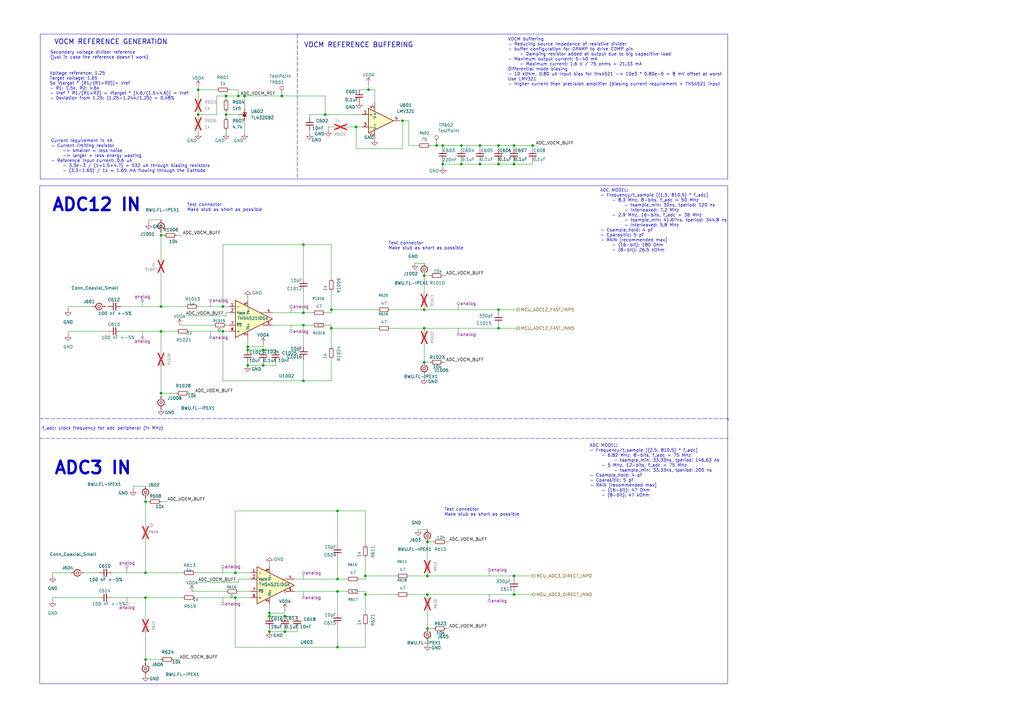
<source format=kicad_sch>
(kicad_sch (version 20250114) (generator "eeschema") (generator_version "9.0")
  (paper "A3")
  (rectangle (start 16.256 76.2) (end 298.45 280.416))
  (rectangle (start 16.51 13.97) (end 298.45 73.406))
  (text "ADC MODEL:\n- Frequency/t_sample [(1.5, 810.5) * f_adc]\n	- 8.3 MHz, 8-bits, f_adc = 50 MHz\n		- tsample_min: 30ns, tperiod: 120 ns\n		- Interleaved: 7.2 MHz\n	- 2.9 MHz, 16-bits, f_adc = 36 MHz\n		- tsample_min: 41.67ns, tperiod: 344.8 ns\n		- Interleaved: 5.8 MHz\n- Csample_hold: 4 pF\n- Cparasitic: 5 pF\n- RAIN [recommended max]\n	- (16-bit): 180 Ohm\n	- (8-bit): 26.5 kOhm" (at 246.126 90.424 0) (effects (font (size 1.27 1.27)) (justify left)))
  (text "VOCM REFERENCE GENERATION" (at 45.466 17.272 0) (effects (font (size 2 2) (thickness 0.254) (bold yes))))
  (text "ADC12 IN" (at 39.624 84.074 0) (effects (font (size 5.08 5.08) (thickness 1.016) (bold yes))))
  (text "Voltage reference: 1.25\nTarget voltage: 1.65\nSo Vtarget * [R1/(R1+R2)]= Vref\n- R1: 1.5k, R2: 4.6k\n- Vref * R1/(R1+R2) = Vtarget * [4.6/(1.5+4.6)] = Vref\n- Deviation from 1.25: (1.25-1.244/1.25) = 0.48%" (at 20.32 35.306 0) (effects (font (size 1.27 1.27)) (justify left)))
  (text "Test connector\nMake stub as short as possible" (at 182.1614 210.058 0) (effects (font (size 1.27 1.27)) (justify left)))
  (text "VOCM REFERENCE BUFFERING" (at 147.066 18.542 0) (effects (font (size 2 2) (thickness 0.254) (bold yes))))
  (text "Test connector\nMake stub as short as possible" (at 159.3014 100.838 0) (effects (font (size 1.27 1.27)) (justify left)))
  (text "Secondary voltage divider reference \n(just in case the reference doesn't work)" (at 20.574 22.606 0) (effects (font (size 1.27 1.27)) (justify left)))
  (text "Test connector\nMake stub as short as possible" (at 76.708 85.09 0) (effects (font (size 1.27 1.27)) (justify left)))
  (text "ADC MODEL:\n- Frequency/t_sample [(2.5, 810.5) * f_adc]\n	- 6.82 MHz, 8-bits, f_adc = 75 MHz\n		- tsample_min: 33.33ns, tperiod: 146.63 ns\n	- 5 MHz, 12-bits, f_adc = 75 MHz\n		- tsample_min: 33.33ns, tperiod: 200 ns\n- Csample_hold: 4 pF\n- Cparasitic: 5 pF\n- RAIN [recommended max]\n	- (16-bit): 47 Ohm\n	- (8-bit): 47 kOhm" (at 241.808 193.04 0) (effects (font (size 1.27 1.27)) (justify left)))
  (text "VOCM buffering\n- Reducing source impedance of resistive divider\n- buffer configuration for OPAMP to drive COMP pin\n	- Damping resistor added at output due to big capacitive load\n- Maximum output current: 5-40 mA\n	- Maximum current: 1.6 V / 75 ohms = 21.33 mA\nDifferential mode biasing\n- 10 kOhm, 0.80 uA input bias for ths4521 -> 10e3 * 0.80e-6 = 8 mV offset at worst\nUse LMV321\n- Higher current than precision amplifier (biasing current requirement + THS4521 input" (at 208.28 25.4 0) (effects (font (size 1.27 1.27)) (justify left)))
  (text "Current requirement in nA\n- Current limiting resistor \n	-> smaller = less noise\n	-> larger = less energy wasting\n- Reference input current: 0.6 uA\n	- 3.3e-3 / (1+1.5+4.7) = 532 uA through biasing resistors\n	- (3.3-1.65) / 1k = 1.65 mA flowing through the Cathode" (at 20.828 64.008 0) (effects (font (size 1.27 1.27)) (justify left)))
  (text "f_adc: clock frequency for adc peripheral (in MHz)" (at 17.272 175.768 0) (effects (font (size 1.27 1.27)) (justify left)))
  (text "ADC3 IN" (at 38.1 192.024 0) (effects (font (size 5.08 5.08) (thickness 1.016) (bold yes))))
  (junction (at 91.44 135.89))
  (junction (at 196.85 59.69))
  (junction (at 173.99 134.62))
  (junction (at 135.89 127))
  (junction (at 133.35 46.99))
  (junction (at 100.33 39.37))
  (junction (at 210.82 67.31))
  (junction (at 204.47 59.69))
  (junction (at 210.82 243.84))
  (junction (at 181.61 67.31))
  (junction (at 210.82 236.22))
  (junction (at 218.44 59.69))
  (junction (at 138.43 265.43))
  (junction (at 66.04 125.73))
  (junction (at 81.28 46.99))
  (junction (at 189.23 59.69))
  (junction (at 204.47 67.31))
  (junction (at 101.6 143.51))
  (junction (at 138.43 237.49))
  (junction (at 175.3034 222.25))
  (junction (at 110.49 259.08))
  (junction (at 175.3034 243.84))
  (junction (at 101.6 149.86))
  (junction (at 204.47 127))
  (junction (at 91.44 125.73))
  (junction (at 146.05 52.07))
  (junction (at 124.46 100.33))
  (junction (at 110.49 251.46))
  (junction (at 59.69 245.11))
  (junction (at 116.84 259.08))
  (junction (at 110.49 252.73))
  (junction (at 59.69 205.74))
  (junction (at 189.23 67.31))
  (junction (at 96.52 234.95))
  (junction (at 97.79 39.37))
  (junction (at 92.71 39.37))
  (junction (at 92.71 46.99))
  (junction (at 149.86 236.22))
  (junction (at 124.46 156.21))
  (junction (at 179.07 59.69))
  (junction (at 173.9466 127))
  (junction (at 81.28 36.83))
  (junction (at 66.04 135.89))
  (junction (at 107.95 149.86))
  (junction (at 204.47 134.62))
  (junction (at 149.86 243.84))
  (junction (at 151.13 36.83))
  (junction (at 59.69 234.95))
  (junction (at 173.99 148.59))
  (junction (at 196.85 67.31))
  (junction (at 101.6 142.24))
  (junction (at 210.82 59.69))
  (junction (at 173.99 113.03))
  (junction (at 181.61 59.69))
  (junction (at 138.43 242.57))
  (junction (at 175.26 236.22))
  (junction (at 116.84 252.73))
  (junction (at 124.46 133.35))
  (junction (at 115.57 39.37))
  (junction (at 135.89 134.62))
  (junction (at 59.69 270.51))
  (junction (at 124.46 128.27))
  (junction (at 96.52 245.11))
  (junction (at 175.3034 257.81))
  (junction (at 165.1 49.53))
  (junction (at 138.43 209.55))
  (junction (at 66.04 161.29))
  (junction (at 66.04 96.52))
  (junction (at 107.95 143.51))
  (wire (pts (xy 59.69 205.74) (xy 59.69 215.9)))
  (wire (pts (xy 135.89 119.38) (xy 135.89 127)))
  (wire (pts (xy 149.86 236.22) (xy 149.86 237.49)))
  (wire (pts (xy 45.72 245.11) (xy 59.69 245.11)))
  (wire (pts (xy 149.86 243.84) (xy 149.86 251.46)))
  (wire (pts (xy 121.92 259.08) (xy 116.84 259.08)))
  (wire (pts (xy 181.61 59.69) (xy 179.07 59.69)))
  (wire (pts (xy 110.49 252.73) (xy 116.84 252.73)))
  (wire (pts (xy 204.47 67.31) (xy 210.82 67.31)))
  (wire (pts (xy 149.86 236.22) (xy 162.6034 236.22)))
  (wire (pts (xy 27.94 135.89) (xy 44.45 135.89)))
  (polyline (pts (xy 121.92 13.97) (xy 121.92 73.406)) (stroke (width 0) (type dash)))
  (wire (pts (xy 110.49 247.65) (xy 110.49 251.46)))
  (wire (pts (xy 92.71 129.54) (xy 92.71 128.27)))
  (wire (pts (xy 173.99 153.67) (xy 173.99 154.94)))
  (wire (pts (xy 66.04 144.78) (xy 66.04 135.89)))
  (wire (pts (xy 116.84 251.46) (xy 110.49 251.46)))
  (wire (pts (xy 96.52 245.11) (xy 102.87 245.11)))
  (wire (pts (xy 175.26 227.33) (xy 175.26 229.87)))
  (wire (pts (xy 121.92 257.81) (xy 121.92 259.08)))
  (wire (pts (xy 81.28 36.83) (xy 88.9 36.83)))
  (wire (pts (xy 173.99 135.89) (xy 173.99 134.62)))
  (wire (pts (xy 81.28 125.73) (xy 91.44 125.73)))
  (wire (pts (xy 138.43 242.57) (xy 142.24 242.57)))
  (wire (pts (xy 66.04 135.89) (xy 72.39 135.89)))
  (wire (pts (xy 181.61 68.58) (xy 181.61 67.31)))
  (wire (pts (xy 91.44 135.89) (xy 93.98 135.89)))
  (wire (pts (xy 134.62 52.07) (xy 137.16 52.07)))
  (wire (pts (xy 113.03 149.86) (xy 107.95 149.86)))
  (wire (pts (xy 153.67 36.83) (xy 153.67 41.91)))
  (wire (pts (xy 110.49 232.41) (xy 110.49 231.14)))
  (wire (pts (xy 116.84 252.73) (xy 121.92 252.73)))
  (wire (pts (xy 81.28 46.99) (xy 88.9 46.99)))
  (wire (pts (xy 92.71 53.34) (xy 92.71 54.61)))
  (wire (pts (xy 218.44 67.31) (xy 218.44 66.04)))
  (wire (pts (xy 189.23 59.69) (xy 181.61 59.69)))
  (wire (pts (xy 149.86 243.84) (xy 162.6034 243.84)))
  (wire (pts (xy 218.44 59.69) (xy 210.82 59.69)))
  (wire (pts (xy 133.35 133.35) (xy 135.89 133.35)))
  (wire (pts (xy 173.99 118.11) (xy 173.9466 118.11)))
  (wire (pts (xy 149.86 256.54) (xy 149.86 265.43)))
  (wire (pts (xy 173.99 134.62) (xy 204.47 134.62)))
  (wire (pts (xy 124.46 100.33) (xy 124.46 114.3)))
  (wire (pts (xy 184.1934 257.81) (xy 182.9234 257.81)))
  (wire (pts (xy 175.3034 227.33) (xy 175.3034 222.25)))
  (wire (pts (xy 96.52 209.55) (xy 138.43 209.55)))
  (wire (pts (xy 54.61 200.66) (xy 54.61 199.39)))
  (wire (pts (xy 88.9 46.99) (xy 88.9 39.37)))
  (wire (pts (xy 107.95 142.24) (xy 107.95 140.97)))
  (wire (pts (xy 107.95 149.86) (xy 107.95 148.59)))
  (wire (pts (xy 92.71 40.64) (xy 92.71 39.37)))
  (wire (pts (xy 135.89 134.62) (xy 154.94 134.62)))
  (wire (pts (xy 167.64 49.53) (xy 167.64 59.69)))
  (wire (pts (xy 204.47 67.31) (xy 204.47 66.04)))
  (wire (pts (xy 196.85 67.31) (xy 196.85 66.04)))
  (wire (pts (xy 60.96 91.44) (xy 60.96 90.17)))
  (wire (pts (xy 45.72 234.95) (xy 59.69 234.95)))
  (wire (pts (xy 204.47 134.62) (xy 212.09 134.62)))
  (wire (pts (xy 54.61 199.39) (xy 59.69 199.39)))
  (wire (pts (xy 92.71 133.35) (xy 93.98 133.35)))
  (wire (pts (xy 80.01 234.95) (xy 96.52 234.95)))
  (wire (pts (xy 21.59 234.95) (xy 21.59 236.22)))
  (wire (pts (xy 21.59 245.11) (xy 21.59 246.38)))
  (wire (pts (xy 133.35 128.27) (xy 135.89 128.27)))
  (wire (pts (xy 59.69 259.08) (xy 59.69 270.51)))
  (wire (pts (xy 120.65 242.57) (xy 138.43 242.57)))
  (wire (pts (xy 133.35 39.37) (xy 133.35 46.99)))
  (wire (pts (xy 91.44 125.73) (xy 93.98 125.73)))
  (wire (pts (xy 218.44 60.96) (xy 218.44 59.69)))
  (wire (pts (xy 210.82 60.96) (xy 210.82 59.69)))
  (wire (pts (xy 81.28 46.99) (xy 81.28 48.26)))
  (wire (pts (xy 66.04 161.29) (xy 72.39 161.29)))
  (wire (pts (xy 175.26 234.95) (xy 175.26 236.22)))
  (wire (pts (xy 59.69 245.11) (xy 59.69 254)))
  (wire (pts (xy 124.46 100.33) (xy 135.89 100.33)))
  (wire (pts (xy 96.52 234.95) (xy 96.52 209.55)))
  (wire (pts (xy 127 54.61) (xy 127 53.34)))
  (wire (pts (xy 175.3034 227.33) (xy 175.26 227.33)))
  (wire (pts (xy 138.43 209.55) (xy 138.43 223.52)))
  (wire (pts (xy 124.46 133.35) (xy 124.46 142.24)))
  (wire (pts (xy 124.46 156.21) (xy 135.89 156.21)))
  (wire (pts (xy 81.28 35.56) (xy 81.28 36.83)))
  (wire (pts (xy 124.46 119.38) (xy 124.46 128.27)))
  (wire (pts (xy 97.79 242.57) (xy 102.87 242.57)))
  (wire (pts (xy 91.44 125.73) (xy 91.44 100.33)))
  (wire (pts (xy 110.49 259.08) (xy 116.84 259.08)))
  (wire (pts (xy 204.47 59.69) (xy 204.47 60.96)))
  (wire (pts (xy 92.71 46.99) (xy 92.71 48.26)))
  (wire (pts (xy 181.61 67.31) (xy 189.23 67.31)))
  (polyline (pts (xy 298.704 171.704) (xy 298.704 172.466)))
  (wire (pts (xy 182.88 148.59) (xy 181.61 148.59)))
  (wire (pts (xy 92.71 128.27) (xy 93.98 128.27)))
  (wire (pts (xy 88.9 39.37) (xy 92.71 39.37)))
  (wire (pts (xy 175.3034 245.11) (xy 175.3034 243.84)))
  (wire (pts (xy 189.23 59.69) (xy 189.23 60.96)))
  (wire (pts (xy 97.79 237.49) (xy 97.79 238.76)))
  (wire (pts (xy 167.64 59.69) (xy 171.45 59.69)))
  (wire (pts (xy 100.33 54.61) (xy 100.33 49.53)))
  (wire (pts (xy 182.88 113.03) (xy 181.61 113.03)))
  (wire (pts (xy 96.52 245.11) (xy 96.52 265.43)))
  (wire (pts (xy 120.65 237.49) (xy 138.43 237.49)))
  (wire (pts (xy 91.44 100.33) (xy 124.46 100.33)))
  (wire (pts (xy 60.96 90.17) (xy 66.04 90.17)))
  (wire (pts (xy 96.52 234.95) (xy 102.87 234.95)))
  (wire (pts (xy 142.24 52.07) (xy 146.05 52.07)))
  (wire (pts (xy 101.6 138.43) (xy 101.6 142.24)))
  (wire (pts (xy 107.95 142.24) (xy 101.6 142.24)))
  (wire (pts (xy 72.39 96.52) (xy 74.93 96.52)))
  (wire (pts (xy 204.47 134.62) (xy 204.47 133.35)))
  (wire (pts (xy 167.6834 243.84) (xy 175.3034 243.84)))
  (wire (pts (xy 80.01 245.11) (xy 96.52 245.11)))
  (wire (pts (xy 176.53 113.03) (xy 173.99 113.03)))
  (wire (pts (xy 97.79 237.49) (xy 102.87 237.49)))
  (wire (pts (xy 165.1 60.96) (xy 165.1 49.53)))
  (wire (pts (xy 66.04 162.56) (xy 66.04 161.29)))
  (wire (pts (xy 175.3034 243.84) (xy 210.82 243.84)))
  (wire (pts (xy 147.32 237.49) (xy 149.86 237.49)))
  (wire (pts (xy 100.33 39.37) (xy 100.33 44.45)))
  (wire (pts (xy 133.35 46.99) (xy 148.59 46.99)))
  (wire (pts (xy 77.47 161.29) (xy 80.01 161.29)))
  (wire (pts (xy 49.53 125.73) (xy 66.04 125.73)))
  (wire (pts (xy 27.94 125.73) (xy 27.94 127)))
  (wire (pts (xy 21.59 234.95) (xy 29.21 234.95)))
  (wire (pts (xy 210.82 67.31) (xy 218.44 67.31)))
  (wire (pts (xy 210.82 59.69) (xy 204.47 59.69)))
  (wire (pts (xy 66.04 149.86) (xy 66.04 161.29)))
  (wire (pts (xy 21.59 245.11) (xy 40.64 245.11)))
  (wire (pts (xy 59.69 270.51) (xy 66.04 270.51)))
  (wire (pts (xy 167.64 49.53) (xy 165.1 49.53)))
  (wire (pts (xy 176.53 148.59) (xy 173.99 148.59)))
  (wire (pts (xy 173.99 140.97) (xy 173.99 148.59)))
  (wire (pts (xy 67.31 96.52) (xy 66.04 96.52)))
  (wire (pts (xy 81.28 53.34) (xy 81.28 54.61)))
  (wire (pts (xy 127 48.26) (xy 127 46.99)))
  (wire (pts (xy 177.8434 222.25) (xy 175.3034 222.25)))
  (wire (pts (xy 124.46 156.21) (xy 91.44 156.21)))
  (wire (pts (xy 149.86 242.57) (xy 149.86 243.84)))
  (wire (pts (xy 204.47 127) (xy 204.47 128.27)))
  (wire (pts (xy 110.49 251.46) (xy 110.49 252.73)))
  (polyline (pts (xy 16.256 179.832) (xy 298.704 179.832)) (stroke (width 0) (type dash)))
  (wire (pts (xy 101.6 149.86) (xy 101.6 148.59)))
  (wire (pts (xy 111.76 133.35) (xy 124.46 133.35)))
  (wire (pts (xy 66.04 95.25) (xy 66.04 96.52)))
  (wire (pts (xy 204.47 59.69) (xy 196.85 59.69)))
  (wire (pts (xy 92.71 39.37) (xy 97.79 39.37)))
  (wire (pts (xy 77.47 135.89) (xy 91.44 135.89)))
  (wire (pts (xy 135.89 134.62) (xy 135.89 142.24)))
  (wire (pts (xy 113.03 148.59) (xy 113.03 149.86)))
  (wire (pts (xy 49.53 135.89) (xy 66.04 135.89)))
  (wire (pts (xy 59.69 204.47) (xy 59.69 205.74)))
  (wire (pts (xy 165.1 60.96) (xy 146.05 60.96)))
  (wire (pts (xy 81.28 36.83) (xy 81.28 40.64)))
  (wire (pts (xy 34.29 234.95) (xy 40.64 234.95)))
  (wire (pts (xy 124.46 128.27) (xy 128.27 128.27)))
  (wire (pts (xy 111.76 128.27) (xy 124.46 128.27)))
  (wire (pts (xy 44.45 125.73) (xy 43.18 125.73)))
  (wire (pts (xy 73.66 133.35) (xy 87.63 133.35)))
  (wire (pts (xy 66.04 96.52) (xy 66.04 106.68)))
  (wire (pts (xy 116.84 251.46) (xy 116.84 250.19)))
  (wire (pts (xy 59.69 245.11) (xy 74.93 245.11)))
  (wire (pts (xy 165.1 49.53) (xy 163.83 49.53)))
  (wire (pts (xy 146.05 52.07) (xy 148.59 52.07)))
  (wire (pts (xy 59.69 234.95) (xy 74.93 234.95)))
  (wire (pts (xy 138.43 265.43) (xy 96.52 265.43)))
  (wire (pts (xy 66.04 205.74) (xy 68.58 205.74)))
  (wire (pts (xy 179.07 59.69) (xy 176.53 59.69)))
  (wire (pts (xy 149.86 228.6) (xy 149.86 236.22)))
  (wire (pts (xy 210.82 243.84) (xy 210.82 242.57)))
  (wire (pts (xy 175.3034 250.19) (xy 175.3034 257.81)))
  (wire (pts (xy 66.04 125.73) (xy 76.2 125.73)))
  (wire (pts (xy 66.04 111.76) (xy 66.04 125.73)))
  (wire (pts (xy 138.43 242.57) (xy 138.43 251.46)))
  (wire (pts (xy 135.89 147.32) (xy 135.89 156.21)))
  (wire (pts (xy 59.69 271.78) (xy 59.69 270.51)))
  (wire (pts (xy 92.71 46.99) (xy 97.79 46.99)))
  (wire (pts (xy 153.67 36.83) (xy 151.13 36.83)))
  (wire (pts (xy 151.13 34.29) (xy 151.13 36.83)))
  (wire (pts (xy 149.86 209.55) (xy 149.86 223.52)))
  (wire (pts (xy 100.33 39.37) (xy 115.57 39.37)))
  (wire (pts (xy 167.6834 236.22) (xy 175.26 236.22)))
  (wire (pts (xy 107.95 143.51) (xy 113.03 143.51)))
  (wire (pts (xy 210.82 236.22) (xy 218.44 236.22)))
  (wire (pts (xy 59.69 220.98) (xy 59.69 234.95)))
  (wire (pts (xy 146.05 52.07) (xy 146.05 60.96)))
  (wire (pts (xy 219.71 59.69) (xy 218.44 59.69)))
  (wire (pts (xy 181.61 60.96) (xy 181.61 59.69)))
  (wire (pts (xy 124.46 133.35) (xy 128.27 133.35)))
  (wire (pts (xy 184.1934 222.25) (xy 182.9234 222.25)))
  (wire (pts (xy 138.43 256.54) (xy 138.43 265.43)))
  (wire (pts (xy 81.28 238.76) (xy 97.79 238.76)))
  (wire (pts (xy 189.23 67.31) (xy 196.85 67.31)))
  (wire (pts (xy 91.44 135.89) (xy 91.44 156.21)))
  (wire (pts (xy 97.79 39.37) (xy 100.33 39.37)))
  (wire (pts (xy 210.82 236.22) (xy 210.82 237.49)))
  (wire (pts (xy 151.13 36.83) (xy 147.32 36.83)))
  (wire (pts (xy 175.26 236.22) (xy 210.82 236.22)))
  (polyline (pts (xy 16.256 171.704) (xy 298.704 171.704)) (stroke (width 0) (type dash)))
  (wire (pts (xy 134.62 53.34) (xy 134.62 52.07)))
  (wire (pts (xy 81.28 45.72) (xy 81.28 46.99)))
  (wire (pts (xy 115.57 39.37) (xy 133.35 39.37)))
  (wire (pts (xy 101.6 143.51) (xy 107.95 143.51)))
  (wire (pts (xy 133.35 46.99) (xy 127 46.99)))
  (wire (pts (xy 147.32 242.57) (xy 149.86 242.57)))
  (wire (pts (xy 173.9466 118.11) (xy 173.9466 120.65)))
  (wire (pts (xy 92.71 45.72) (xy 92.71 46.99)))
  (wire (pts (xy 160.02 134.62) (xy 173.99 134.62)))
  (wire (pts (xy 138.43 228.6) (xy 138.43 237.49)))
  (wire (pts (xy 189.23 67.31) (xy 189.23 66.04)))
  (wire (pts (xy 110.49 259.08) (xy 110.49 257.81)))
  (wire (pts (xy 135.89 127) (xy 135.89 128.27)))
  (wire (pts (xy 27.94 125.73) (xy 38.1 125.73)))
  (wire (pts (xy 76.2 129.54) (xy 92.71 129.54)))
  (wire (pts (xy 27.94 135.89) (xy 27.94 137.16)))
  (wire (pts (xy 97.79 36.83) (xy 97.79 39.37)))
  (wire (pts (xy 71.12 270.51) (xy 73.66 270.51)))
  (wire (pts (xy 60.96 205.74) (xy 59.69 205.74)))
  (wire (pts (xy 173.9466 125.73) (xy 173.9466 127)))
  (wire (pts (xy 138.43 209.55) (xy 149.86 209.55)))
  (wire (pts (xy 196.85 59.69) (xy 189.23 59.69)))
  (wire (pts (xy 160.02 127) (xy 173.9466 127)))
  (wire (pts (xy 138.43 237.49) (xy 142.24 237.49)))
  (wire (pts (xy 177.8434 257.81) (xy 175.3034 257.81)))
  (wire (pts (xy 210.82 67.31) (xy 210.82 66.04)))
  (wire (pts (xy 175.3034 262.89) (xy 175.3034 264.16)))
  (wire (pts (xy 135.89 127) (xy 154.94 127)))
  (wire (pts (xy 196.85 67.31) (xy 204.47 67.31)))
  (wire (pts (xy 101.6 149.86) (xy 107.95 149.86)))
  (wire (pts (xy 78.74 242.57) (xy 92.71 242.57)))
  (wire (pts (xy 173.99 118.11) (xy 173.99 113.03)))
  (wire (pts (xy 171.4934 217.17) (xy 175.3034 217.17)))
  (wire (pts (xy 101.6 123.19) (xy 101.6 121.92)))
  (wire (pts (xy 93.98 36.83) (xy 97.79 36.83)))
  (wire (pts (xy 173.9466 127) (xy 204.47 127)))
  (wire (pts (xy 135.89 100.33) (xy 135.89 114.3)))
  (wire (pts (xy 116.84 259.08) (xy 116.84 257.81)))
  (wire (pts (xy 101.6 142.24) (xy 101.6 143.51)))
  (wire (pts (xy 181.61 67.31) (xy 181.61 66.04)))
  (wire (pts (xy 170.18 107.95) (xy 173.99 107.95)))
  (wire (pts (xy 138.43 265.43) (xy 149.86 265.43)))
  (wire (pts (xy 210.82 243.84) (xy 218.44 243.84)))
  (wire (pts (xy 204.47 127) (xy 212.09 127)))
  (wire (pts (xy 135.89 133.35) (xy 135.89 134.62)))
  (wire (pts (xy 196.85 59.69) (xy 196.85 60.96)))
  (wire (pts (xy 124.46 147.32) (xy 124.46 156.21)))
  (label "ADC_VOCM_BUFF" (at 182.88 113.03 0))
  (label "ADC_VOCM_BUFF" (at 74.93 96.52 0))
  (label "ADC_VOCM_BUFF" (at 76.2 129.54 0))
  (label "ADC_VOCM_BUFF" (at 73.66 270.51 0))
  (label "ADC_VOCM_BUFF" (at 68.58 205.74 0))
  (label "ADC_VOCM_REF" (at 113.03 39.37 180))
  (label "ADC_VOCM_BUFF" (at 81.28 238.76 0))
  (label "ADC_VOCM_BUFF" (at 80.01 161.29 0))
  (label "ADC_VOCM_BUFF" (at 219.71 59.69 0))
  (label "ADC_VOCM_BUFF" (at 182.88 148.59 0))
  (label "ADC_VOCM_BUFF" (at 184.1934 222.25 0))
  (label "ADC_VOCM_BUFF" (at 184.1934 257.81 0))
  (hierarchical_label "MCU_ADC12_FAST_INP5" (shape output) (at 212.09 127 0))
  (hierarchical_label "MCU_ADC3_DIRECT_INP0" (shape output) (at 218.44 236.22 0))
  (hierarchical_label "MCU_ADC3_DIRECT_INN0" (shape output) (at 218.44 243.84 0))
  (hierarchical_label "MCU_ADC12_FAST_INN5" (shape output) (at 212.09 134.62 0))
  (netclass_flag "" (length 2.54) (shape round) (at 52.07 245.11 180) (property "Netclass" "analog" (at 55.372 249.174 0) (effects (justify right))))
  (netclass_flag "" (length 2.54) (shape round) (at 91.44 245.11 180) (property "Netclass" "analog" (at 92.1385 247.65 0) (effects (justify left))))
  (netclass_flag "" (length 2.54) (shape round) (at 58.42 125.73 0) (property "Netclass" "analog" (at 55.118 121.666 0) (effects (justify left))))
  (netclass_flag "" (length 2.54) (shape round) (at 119.38 128.27 0) (property "Netclass" "analog" (at 120.0785 125.73 0) (effects (justify left))))
  (netclass_flag "" (length 2.54) (shape round) (at 119.38 133.35 180) (property "Netclass" "analog" (at 120.0785 135.89 0) (effects (justify left))))
  (netclass_flag "" (length 2.54) (shape round) (at 187.96 127 0) (property "Netclass" "analog" (at 188.6585 124.46 0) (effects (justify left))))
  (netclass_flag "" (length 2.54) (shape round) (at 200.66 236.22 0) (property "Netclass" "analog" (at 201.3585 233.68 0) (effects (justify left))))
  (netclass_flag "" (length 2.54) (shape round) (at 86.36 125.73 0) (property "Netclass" "analog" (at 87.0585 123.19 0) (effects (justify left))))
  (netclass_flag "" (length 2.54) (shape round) (at 52.07 234.95 0) (property "Netclass" "analog" (at 48.768 230.886 0) (effects (justify left))))
  (netclass_flag "" (length 2.54) (shape round) (at 124.46 242.57 180) (property "Netclass" "analog" (at 125.1585 245.11 0) (effects (justify left))))
  (netclass_flag "" (length 2.54) (shape round) (at 187.96 134.62 180) (property "Netclass" "analog" (at 188.6585 137.16 0) (effects (justify left))))
  (netclass_flag "" (length 2.54) (shape round) (at 86.36 135.89 180) (property "Netclass" "analog" (at 87.0585 138.43 0) (effects (justify left))))
  (netclass_flag "" (length 2.54) (shape round) (at 58.42 135.89 180) (property "Netclass" "analog" (at 61.722 139.954 0) (effects (justify right))))
  (netclass_flag "" (length 2.54) (shape round) (at 200.66 243.84 180) (property "Netclass" "analog" (at 201.3585 246.38 0) (effects (justify left))))
  (netclass_flag "" (length 2.54) (shape round) (at 91.44 234.95 0) (property "Netclass" "analog" (at 92.1385 232.41 0) (effects (justify left))))
  (netclass_flag "" (length 2.54) (shape round) (at 124.46 237.49 0) (property "Netclass" "analog" (at 125.1585 234.95 0) (effects (justify left))))
  (symbol (lib_id "Device:C_Small") (at 110.49 255.27 0) (unit 1)
    (property "Reference" "C616" (at 110.998 253.746 0) (effects (justify left)))
    (property "Value" "10uF" (at 110.998 257.048 0) (effects (justify left)))
    (property "Footprint" "Capacitor_SMD:C_0603_1608Metric" (effects (hide yes)))
    (property "Datasheet" "https://jlcpcb.com/api/file/downloadByFileSystemAccessId/8579707107920437248" (effects (hide yes)))
    (property "Description" "Unpolarized capacitor, small symbol" (effects (hide yes)))
    (property "LCSC Part Number" "C19702" (effects (hide yes)))
    (property "Manufacturing Part Number" "CL10A106KP8NNNC" (effects (hide yes)))
  )
  (symbol (lib_id "power:GND") (at 127 54.61 0) (mirror y) (unit 1)
    (property "Reference" "#PWR0605" (effects (hide yes)))
    (property "Value" "GND" (at 129.794 57.404 0))
    (property "Description" "Power symbol creates a global label with name \"GND\" , ground" (effects (hide yes)))
  )
  (symbol (lib_id "power:GND") (at 66.04 167.64 0) (mirror y) (unit 1)
    (property "Reference" "#PWR01026" (effects (hide yes)))
    (property "Value" "GND" (at 69.596 169.164 0))
    (property "Description" "Power symbol creates a global label with name \"GND\" , ground" (effects (hide yes)))
  )
  (symbol (lib_id "Device:R_Small") (at 179.07 113.03 270) (mirror x) (unit 1)
    (property "Reference" "R1010" (at 179.324 116.078 90))
    (property "Value" "10k" (at 179.578 111.252 90))
    (property "Footprint" "Resistor_SMD:R_0603_1608Metric" (effects (hide yes)))
    (property "Datasheet" "https://jlcpcb.com/api/file/downloadByFileSystemAccessId/8579706098733010944" (effects (hide yes)))
    (property "Description" "Resistor, small symbol" (effects (hide yes)))
    (property "LCSC Part Number" "C25804" (effects (hide yes)))
    (property "Manufacturing Part Number" "0603WAF1002T5E" (effects (hide yes)))
  )
  (symbol (lib_id "Connector:Conn_Coaxial_Small") (at 31.75 234.95 180) (unit 1)
    (property "Reference" "J604" (at 27.686 232.918 0))
    (property "Value" "Conn_Coaxial_Small" (at 29.972 227.33 0))
    (property "Footprint" "Connector_Coaxial:SMA_Amphenol_901-144_Vertical" (effects (hide yes)))
    (property "Datasheet" "https://www.lcsc.com/datasheet/lcsc_datasheet_2405210917_BAT-WIRELESS-BWSMA-KE-Z001_C496549.pdf" (effects (hide yes)))
    (property "Description" "small coaxial connector (BNC, SMA, SMB, SMC, Cinch/RCA, LEMO, ...)" (effects (hide yes)))
    (property "LCSC Part Number" "C496549" (effects (hide yes)))
    (property "Manufacturing Part Number" "BWSMA-KE-Z001" (effects (hide yes)))
  )
  (symbol (lib_id "power:GND") (at 110.49 259.08 0) (unit 1)
    (property "Reference" "#PWR0619" (effects (hide yes)))
    (property "Value" "GND" (at 114.046 260.604 0))
    (property "Description" "Power symbol creates a global label with name \"GND\" , ground" (effects (hide yes)))
  )
  (symbol (lib_id "power:VDDA") (at 107.95 140.97 0) (unit 1)
    (property "Reference" "#PWR01020" (effects (hide yes)))
    (property "Value" "VDDA" (at 107.95 137.414 0))
    (property "Description" "Power symbol creates a global label with name \"VDDA\"" (effects (hide yes)))
  )
  (symbol (lib_id "Reference_Voltage:TL432DBZ") (at 100.33 46.99 90) (unit 1)
    (property "Reference" "U602" (at 102.87 45.7199 90) (effects (justify right)))
    (property "Value" "TL432DBZ" (at 102.87 48.2599 90) (effects (justify right)))
    (property "Footprint" "Package_TO_SOT_SMD:SOT-23" (effects (hide yes)))
    (property "Datasheet" "https://jlcpcb.com/api/file/downloadByFileSystemAccessId/8590442351560208384" (effects (hide yes)))
    (property "Description" "Shunt Regulator, SOT-23" (effects (hide yes)))
    (property "LCSC Part Number" "C5184435" (effects (hide yes)))
    (property "Manufacturing Part Number" "TL432" (effects (hide yes)))
  )
  (symbol (lib_id "Amplifier_Operational:LMV321") (at 156.21 49.53 0) (unit 1)
    (property "Reference" "U601" (at 166.37 43.1098 0))
    (property "Value" "LMV321" (at 166.37 45.6498 0))
    (property "Footprint" "Package_TO_SOT_SMD:SOT-23-5" (effects (hide yes)))
    (property "Datasheet" "http://www.ti.com/lit/ds/symlink/lmv324.pdf" (effects (hide yes)))
    (property "Description" "Low-Voltage Rail-to-Rail Output Operational Amplifiers, SOT-23-5/SC-70-5" (effects (hide yes)))
    (property "LCSC Part Number" "C7972" (effects (hide yes)))
    (property "Manufacturing Part Number" "LMV321IDBVR" (effects (hide yes)))
  )
  (symbol (lib_id "Device:R_Small") (at 173.9466 123.19 180) (unit 1) (in_bom no) (dnp yes)
    (property "Reference" "R1011" (at 177.2486 123.19 90) (effects (font (size 1.016 1.016))))
    (property "Value" "0" (at 173.9466 123.444 90))
    (property "Footprint" "Resistor_SMD:R_0603_1608Metric" (effects (hide yes)))
    (property "Datasheet" "https://jlcpcb.com/api/file/downloadByFileSystemAccessId/8579706226143518720" (effects (hide yes)))
    (property "Description" "Resistor, small symbol" (effects (hide yes)))
    (property "LCSC Part Number" "C21189" (effects (hide yes)))
    (property "Manufacturing Part Number" "0603WAF0000T5E" (effects (hide yes)))
  )
  (symbol (lib_id "Amplifier_Difference:THS4521IDGK") (at 104.14 130.81 0) (mirror x) (unit 1)
    (property "Reference" "U1002" (at 114.3 154.178 0) (effects (justify left)))
    (property "Value" "THS4521IDGK" (at 97.282 130.556 0) (effects (justify left)))
    (property "Footprint" "Package_SO:VSSOP-8_3x3mm_P0.65mm" (effects (hide yes)))
    (property "Datasheet" "https://www.ti.com/lit/ds/symlink/ths4521.pdf" (effects (hide yes)))
    (property "Description" "Very Low Power, Negative Rail Input, Rail to Rail Output, Fully Differential Amplifier, VSSOP-8" (effects (hide yes)))
    (property "LCSC Part Number" "C170157" (effects (hide yes)))
    (property "Manufacturing Part Number" "THS4521IDGKR" (effects (hide yes)))
  )
  (symbol (lib_id "Device:R_Small") (at 157.48 127 270) (mirror x) (unit 1)
    (property "Reference" "R625" (at 157.226 121.158 90) (effects (font (size 1.016 1.016))))
    (property "Value" "47" (at 157.48 124.46 90))
    (property "Footprint" "Resistor_SMD:R_0603_1608Metric" (effects (hide yes)))
    (property "Datasheet" "https://jlcpcb.com/api/file/downloadByFileSystemAccessId/8579706226143518720" (effects (hide yes)))
    (property "Description" "Resistor, small symbol" (effects (hide yes)))
    (property "LCSC Part Number" "C23182" (effects (hide yes)))
    (property "Manufacturing Part Number" "0603WAF470JT5E" (effects (hide yes)))
  )
  (symbol (lib_id "power:GND") (at 110.49 231.14 180) (unit 1)
    (property "Reference" "#PWR0612" (effects (hide yes)))
    (property "Value" "GND" (at 114.3 229.362 0))
    (property "Description" "Power symbol creates a global label with name \"GND\" , ground" (effects (hide yes)))
  )
  (symbol (lib_id "Device:C_Small") (at 204.47 63.5 0) (unit 1)
    (property "Reference" "C606" (at 204.724 61.722 0) (effects (justify left)))
    (property "Value" "0.1uF" (at 204.47 65.278 0) (effects (justify left)))
    (property "Footprint" "Capacitor_SMD:C_0201_0603Metric" (effects (hide yes)))
    (property "Datasheet" "https://jlcpcb.com/api/file/downloadByFileSystemAccessId/8603345729432014848" (effects (hide yes)))
    (property "Description" "X7R" (effects (hide yes)))
    (property "LCSC Part Number" "C22435929" (effects (hide yes)))
    (property "Manufacturing Part Number" "CGA0201X7R104K160ET " (effects (hide yes)))
  )
  (symbol (lib_id "power:GND") (at 27.94 137.16 0) (unit 1)
    (property "Reference" "#PWR0615" (effects (hide yes)))
    (property "Value" "GND" (at 27.94 142.24 0))
    (property "Description" "Power symbol creates a global label with name \"GND\" , ground" (effects (hide yes)))
  )
  (symbol (lib_id "Connector:TestPoint") (at 179.07 59.69 0) (unit 1) (in_bom no)
    (property "Reference" "TP602" (at 179.832 51.308 0) (effects (justify left)))
    (property "Value" "TestPoint" (at 179.578 53.594 0) (effects (justify left)))
    (property "Footprint" "TestPoint:TestPoint_Loop_D1.80mm_Drill1.0mm_Beaded" (effects (hide yes)))
    (property "Description" "test point" (effects (hide yes)))
  )
  (symbol (lib_id "power:GND") (at 100.33 54.61 0) (unit 1)
    (property "Reference" "#PWR0610" (effects (hide yes)))
    (property "Value" "GND" (at 97.79 57.658 0))
    (property "Description" "Power symbol creates a global label with name \"GND\" , ground" (effects (hide yes)))
  )
  (symbol (lib_id "Device:R_Small") (at 175.3034 247.65 0) (mirror y) (unit 1) (in_bom no) (dnp yes)
    (property "Reference" "R620" (at 178.6054 247.65 90) (effects (font (size 1.016 1.016))))
    (property "Value" "0" (at 175.3034 247.396 90))
    (property "Footprint" "Resistor_SMD:R_0603_1608Metric" (effects (hide yes)))
    (property "Datasheet" "https://jlcpcb.com/api/file/downloadByFileSystemAccessId/8579706226143518720" (effects (hide yes)))
    (property "Description" "Resistor, small symbol" (effects (hide yes)))
    (property "LCSC Part Number" "C21189" (effects (hide yes)))
    (property "Manufacturing Part Number" "0603WAF0000T5E" (effects (hide yes)))
  )
  (symbol (lib_id "Device:C_Small") (at 196.85 63.5 0) (unit 1)
    (property "Reference" "C605" (at 197.104 61.722 0) (effects (justify left)))
    (property "Value" "0.1uF" (at 196.85 65.278 0) (effects (justify left)))
    (property "Footprint" "Capacitor_SMD:C_0201_0603Metric" (effects (hide yes)))
    (property "Datasheet" "https://jlcpcb.com/api/file/downloadByFileSystemAccessId/8603345729432014848" (effects (hide yes)))
    (property "Description" "X7R" (effects (hide yes)))
    (property "LCSC Part Number" "C22435929" (effects (hide yes)))
    (property "Manufacturing Part Number" "CGA0201X7R104K160ET " (effects (hide yes)))
  )
  (symbol (lib_id "Connector:Conn_Coaxial_Small") (at 173.99 151.13 270) (unit 1)
    (property "Reference" "J1006" (at 178.054 151.892 90) (effects (justify left)))
    (property "Value" "BWU.FL-IPEX1" (at 165.608 154.432 90) (effects (justify left)))
    (property "Footprint" "iw-connector:BWU.FL-IPEX1" (effects (hide yes)))
    (property "Datasheet" "https://jlcpcb.com/api/file/downloadByFileSystemAccessId/8589834880826564608" (effects (hide yes)))
    (property "Description" "small coaxial connector (BNC, SMA, SMB, SMC, Cinch/RCA, LEMO, ...)" (effects (hide yes)))
    (property "LCSC Part Number" "C5137195" (effects (hide yes)))
    (property "Manufacturing Part Number" "BWU.FL-IPEX1 " (effects (hide yes)))
  )
  (symbol (lib_id "Device:R_Small") (at 69.85 96.52 270) (unit 1)
    (property "Reference" "R1006" (at 70.104 94.234 90))
    (property "Value" "10k" (at 71.12 99.06 90))
    (property "Footprint" "Resistor_SMD:R_0603_1608Metric" (effects (hide yes)))
    (property "Datasheet" "https://jlcpcb.com/api/file/downloadByFileSystemAccessId/8579706098733010944" (effects (hide yes)))
    (property "Description" "Resistor, small symbol" (effects (hide yes)))
    (property "LCSC Part Number" "C25804" (effects (hide yes)))
    (property "Manufacturing Part Number" "0603WAF1002T5E" (effects (hide yes)))
  )
  (symbol (lib_id "power:VDDA") (at 78.74 242.57 0) (unit 1)
    (property "Reference" "#PWR0616" (effects (hide yes)))
    (property "Value" "VDDA" (at 78.74 239.014 0))
    (property "Description" "Power symbol creates a global label with name \"VDDA\"" (effects (hide yes)))
  )
  (symbol (lib_id "power:GND") (at 101.6 121.92 180) (unit 1)
    (property "Reference" "#PWR01013" (effects (hide yes)))
    (property "Value" "GND" (at 105.41 120.142 0))
    (property "Description" "Power symbol creates a global label with name \"GND\" , ground" (effects (hide yes)))
  )
  (symbol (lib_id "power:GND") (at 21.59 246.38 0) (unit 1)
    (property "Reference" "#PWR0617" (effects (hide yes)))
    (property "Value" "GND" (at 21.59 251.46 0))
    (property "Description" "Power symbol creates a global label with name \"GND\" , ground" (effects (hide yes)))
  )
  (symbol (lib_id "power:GND") (at 27.94 127 0) (unit 1)
    (property "Reference" "#PWR0613" (effects (hide yes)))
    (property "Value" "GND" (at 27.94 132.08 0))
    (property "Description" "Power symbol creates a global label with name \"GND\" , ground" (effects (hide yes)))
  )
  (symbol (lib_id "Device:C_Small") (at 181.61 63.5 0) (mirror x) (unit 1)
    (property "Reference" "C603" (at 186.69 61.722 0) (effects (justify right)))
    (property "Value" "220nF" (at 187.452 65.532 0) (effects (justify right)))
    (property "Footprint" "Capacitor_SMD:C_0402_1005Metric" (effects (hide yes)))
    (property "Datasheet" "http://jlcpcb.com/api/file/downloadByFileSystemAccessId/8579707311415758848" (effects (hide yes)))
    (property "Description" "16V, X7R" (effects (hide yes)))
    (property "LCSC Part Number" "C16772" (effects (hide yes)))
    (property "Manufacturing Part Number" "CL05B224KO5NNNC" (effects (hide yes)))
  )
  (symbol (lib_id "Device:R_Small") (at 139.7 52.07 90) (unit 1) (in_bom no) (dnp yes)
    (property "Reference" "R605" (at 139.446 55.118 90))
    (property "Value" "1k" (at 138.43 49.53 90))
    (property "Footprint" "Resistor_SMD:R_0603_1608Metric" (effects (hide yes)))
    (property "Datasheet" "https://jlcpcb.com/api/file/downloadByFileSystemAccessId/8579706098733010944" (effects (hide yes)))
    (property "Description" "Resistor, small symbol" (effects (hide yes)))
    (property "LCSC Part Number" "0603WAF1001T5E " (effects (hide yes)))
    (property "Manufacturing Part Number" "C21190" (effects (hide yes)))
  )
  (symbol (lib_id "Device:R_Small") (at 92.71 50.8 0) (unit 1)
    (property "Reference" "R607" (at 95.25 49.5299 0) (effects (justify left)))
    (property "Value" "4.7k" (at 95.25 52.0699 0) (effects (justify left)))
    (property "Footprint" "Resistor_SMD:R_0603_1608Metric" (effects (hide yes)))
    (property "Datasheet" "https://jlcpcb.com/api/file/downloadByFileSystemAccessId/8579706098733010944" (effects (hide yes)))
    (property "Description" "Resistor, small symbol" (effects (hide yes)))
    (property "LCSC Part Number" "C23162" (effects (hide yes)))
    (property "Manufacturing Part Number" "0603WAF4701T5E" (effects (hide yes)))
  )
  (symbol (lib_id "Device:R_Small") (at 144.78 237.49 270) (mirror x) (unit 1)
    (property "Reference" "R615" (at 144.526 231.648 90) (effects (font (size 1.016 1.016))))
    (property "Value" "47" (at 144.78 234.95 90))
    (property "Footprint" "Resistor_SMD:R_0603_1608Metric" (effects (hide yes)))
    (property "Datasheet" "https://jlcpcb.com/api/file/downloadByFileSystemAccessId/8579706226143518720" (effects (hide yes)))
    (property "Description" "Resistor, small symbol" (effects (hide yes)))
    (property "LCSC Part Number" "C23182" (effects (hide yes)))
    (property "Manufacturing Part Number" "0603WAF470JT5E" (effects (hide yes)))
  )
  (symbol (lib_id "Device:C_Small") (at 46.99 125.73 90) (unit 1)
    (property "Reference" "C612" (at 49.276 122.936 90) (effects (justify left)))
    (property "Value" "100 nF +-5%" (at 54.102 128.524 90) (effects (justify left)))
    (property "Footprint" "Capacitor_SMD:C_0603_1608Metric_Pad1.08x0.95mm_HandSolder" (effects (hide yes)))
    (property "Datasheet" "https://jlcpcb.com/api/file/downloadByFileSystemAccessId/8588895711026941952" (effects (hide yes)))
    (property "Description" "X7R, +-5%" (effects (hide yes)))
    (property "LCSC Part Number" "C88136" (effects (hide yes)))
    (property "Manufacturing Part Number" "0603B104J500NT" (effects (hide yes)))
  )
  (symbol (lib_id "Device:R_Small") (at 77.47 245.11 270) (unit 1)
    (property "Reference" "R619" (at 77.978 248.666 90))
    (property "Value" "1k" (at 80.264 245.872 90))
    (property "Footprint" "Resistor_SMD:R_0603_1608Metric" (effects (hide yes)))
    (property "Datasheet" "https://jlcpcb.com/api/file/downloadByFileSystemAccessId/8579706098733010944" (effects (hide yes)))
    (property "Description" "Resistor, small symbol" (effects (hide yes)))
    (property "LCSC Part Number" "C21190" (effects (hide yes)))
    (property "Manufacturing Part Number" "0603WAF1001T5E " (effects (hide yes)))
  )
  (symbol (lib_id "power:GND") (at 59.69 276.86 0) (mirror y) (unit 1)
    (property "Reference" "#PWR0621" (effects (hide yes)))
    (property "Value" "GND" (at 63.246 278.384 0))
    (property "Description" "Power symbol creates a global label with name \"GND\" , ground" (effects (hide yes)))
  )
  (symbol (lib_id "Device:R_Small") (at 59.69 256.54 0) (mirror y) (unit 1) (in_bom no) (dnp yes)
    (property "Reference" "R622" (at 62.992 256.54 90) (effects (font (size 1.016 1.016))))
    (property "Value" "0" (at 59.69 258.826 90))
    (property "Footprint" "Resistor_SMD:R_0603_1608Metric" (effects (hide yes)))
    (property "Datasheet" "https://jlcpcb.com/api/file/downloadByFileSystemAccessId/8579706226143518720" (effects (hide yes)))
    (property "Description" "Resistor, small symbol" (effects (hide yes)))
    (property "LCSC Part Number" "C21189" (effects (hide yes)))
    (property "Manufacturing Part Number" "0603WAF0000T5E" (effects (hide yes)))
  )
  (symbol (lib_id "power:GND") (at 54.61 200.66 0) (mirror y) (unit 1)
    (property "Reference" "#PWR0622" (effects (hide yes)))
    (property "Value" "GND" (at 50.546 202.184 0))
    (property "Description" "Power symbol creates a global label with name \"GND\" , ground" (effects (hide yes)))
  )
  (symbol (lib_id "Device:R_Small") (at 180.3834 222.25 270) (mirror x) (unit 1)
    (property "Reference" "R610" (at 180.6374 225.298 90))
    (property "Value" "10k" (at 180.8914 220.472 90))
    (property "Footprint" "Resistor_SMD:R_0603_1608Metric" (effects (hide yes)))
    (property "Datasheet" "https://jlcpcb.com/api/file/downloadByFileSystemAccessId/8579706098733010944" (effects (hide yes)))
    (property "Description" "Resistor, small symbol" (effects (hide yes)))
    (property "LCSC Part Number" "C25804" (effects (hide yes)))
    (property "Manufacturing Part Number" "0603WAF1002T5E" (effects (hide yes)))
  )
  (symbol (lib_id "Device:C_Small") (at 210.82 240.03 180) (unit 1)
    (property "Reference" "C611" (at 210.312 241.554 0) (effects (justify left)))
    (property "Value" "330pF" (at 209.55 238.506 0) (effects (justify left)))
    (property "Footprint" "Capacitor_SMD:C_0603_1608Metric_Pad1.08x0.95mm_HandSolder" (effects (hide yes)))
    (property "Datasheet" "https://jlcpcb.com/api/file/downloadByFileSystemAccessId/8579707028648091648" (effects (hide yes)))
    (property "Description" "C0G, +-5%" (effects (hide yes)))
    (property "LCSC Part Number" "C1664" (effects (hide yes)))
    (property "Manufacturing Part Number" "CL10C331JB8NNNC" (effects (hide yes)))
  )
  (symbol (lib_id "power:GND") (at 101.6 149.86 0) (unit 1)
    (property "Reference" "#PWR01043" (effects (hide yes)))
    (property "Value" "GND" (at 105.156 151.384 0))
    (property "Description" "Power symbol creates a global label with name \"GND\" , ground" (effects (hide yes)))
  )
  (symbol (lib_id "Device:R_Small") (at 180.3834 257.81 270) (unit 1)
    (property "Reference" "R623" (at 180.6374 255.778 90))
    (property "Value" "10k" (at 180.6374 259.588 90))
    (property "Footprint" "Resistor_SMD:R_0603_1608Metric" (effects (hide yes)))
    (property "Datasheet" "https://jlcpcb.com/api/file/downloadByFileSystemAccessId/8579706098733010944" (effects (hide yes)))
    (property "Description" "Resistor, small symbol" (effects (hide yes)))
    (property "LCSC Part Number" "C25804" (effects (hide yes)))
    (property "Manufacturing Part Number" "0603WAF1002T5E" (effects (hide yes)))
  )
  (symbol (lib_id "Device:R_Small") (at 175.26 232.41 180) (unit 1) (in_bom no) (dnp yes)
    (property "Reference" "R612" (at 178.562 232.41 90) (effects (font (size 1.016 1.016))))
    (property "Value" "0" (at 175.26 232.664 90))
    (property "Footprint" "Resistor_SMD:R_0603_1608Metric" (effects (hide yes)))
    (property "Datasheet" "https://jlcpcb.com/api/file/downloadByFileSystemAccessId/8579706226143518720" (effects (hide yes)))
    (property "Description" "Resistor, small symbol" (effects (hide yes)))
    (property "LCSC Part Number" "C21189" (effects (hide yes)))
    (property "Manufacturing Part Number" "0603WAF0000T5E" (effects (hide yes)))
  )
  (symbol (lib_id "power:GND") (at 175.3034 264.16 0) (mirror y) (unit 1)
    (property "Reference" "#PWR0620" (effects (hide yes)))
    (property "Value" "GND" (at 178.8594 265.684 0))
    (property "Description" "Power symbol creates a global label with name \"GND\" , ground" (effects (hide yes)))
  )
  (symbol (lib_id "power:VDDA") (at 116.84 250.19 0) (unit 1)
    (property "Reference" "#PWR0618" (effects (hide yes)))
    (property "Value" "VDDA" (at 116.84 246.634 0))
    (property "Description" "Power symbol creates a global label with name \"VDDA\"" (effects (hide yes)))
  )
  (symbol (lib_id "Connector:Conn_Coaxial_Small") (at 175.3034 219.71 90) (unit 1)
    (property "Reference" "J603" (at 172.7634 221.4997 90) (effects (justify left)))
    (property "Value" "BWU.FL-IPEX1" (at 177.0814 225.298 90) (effects (justify left)))
    (property "Footprint" "iw-connector:BWU.FL-IPEX1" (effects (hide yes)))
    (property "Datasheet" "https://jlcpcb.com/api/file/downloadByFileSystemAccessId/8589834880826564608" (effects (hide yes)))
    (property "Description" "small coaxial connector (BNC, SMA, SMB, SMC, Cinch/RCA, LEMO, ...)" (effects (hide yes)))
    (property "LCSC Part Number" "C5137195" (effects (hide yes)))
    (property "Manufacturing Part Number" "BWU.FL-IPEX1 " (effects (hide yes)))
  )
  (symbol (lib_id "power:GND") (at 21.59 236.22 0) (unit 1)
    (property "Reference" "#PWR0614" (effects (hide yes)))
    (property "Value" "GND" (at 21.59 241.3 0))
    (property "Description" "Power symbol creates a global label with name \"GND\" , ground" (effects (hide yes)))
  )
  (symbol (lib_id "Device:R_Small") (at 179.07 148.59 270) (unit 1)
    (property "Reference" "R1023" (at 179.324 146.558 90))
    (property "Value" "10k" (at 179.324 150.368 90))
    (property "Footprint" "Resistor_SMD:R_0603_1608Metric" (effects (hide yes)))
    (property "Datasheet" "https://jlcpcb.com/api/file/downloadByFileSystemAccessId/8579706098733010944" (effects (hide yes)))
    (property "Description" "Resistor, small symbol" (effects (hide yes)))
    (property "LCSC Part Number" "C25804" (effects (hide yes)))
    (property "Manufacturing Part Number" "0603WAF1002T5E" (effects (hide yes)))
  )
  (symbol (lib_id "Connector:Conn_Coaxial_Small") (at 175.3034 260.35 270) (unit 1)
    (property "Reference" "J605" (at 179.3674 261.112 90) (effects (justify left)))
    (property "Value" "BWU.FL-IPEX1" (at 166.9214 263.652 90) (effects (justify left)))
    (property "Footprint" "iw-connector:BWU.FL-IPEX1" (effects (hide yes)))
    (property "Datasheet" "https://jlcpcb.com/api/file/downloadByFileSystemAccessId/8589834880826564608" (effects (hide yes)))
    (property "Description" "small coaxial connector (BNC, SMA, SMB, SMC, Cinch/RCA, LEMO, ...)" (effects (hide yes)))
    (property "LCSC Part Number" "C5137195" (effects (hide yes)))
    (property "Manufacturing Part Number" "BWU.FL-IPEX1 " (effects (hide yes)))
  )
  (symbol (lib_id "Device:R_Small") (at 135.89 144.78 180) (unit 1)
    (property "Reference" "R1024" (at 138.938 145.034 90))
    (property "Value" "1k" (at 133.35 146.05 90))
    (property "Footprint" "Resistor_SMD:R_0603_1608Metric" (effects (hide yes)))
    (property "Datasheet" "https://jlcpcb.com/api/file/downloadByFileSystemAccessId/8579706098733010944" (effects (hide yes)))
    (property "Description" "Resistor, small symbol" (effects (hide yes)))
    (property "LCSC Part Number" "C21190" (effects (hide yes)))
    (property "Manufacturing Part Number" "0603WAF1001T5E " (effects (hide yes)))
  )
  (symbol (lib_id "Connector:Conn_Coaxial_Small") (at 59.69 274.32 270) (unit 1)
    (property "Reference" "J606" (at 62.23 272.5303 90) (effects (justify left)))
    (property "Value" "BWU.FL-IPEX1" (at 67.818 276.606 90) (effects (justify left)))
    (property "Footprint" "iw-connector:BWU.FL-IPEX1" (effects (hide yes)))
    (property "Datasheet" "https://jlcpcb.com/api/file/downloadByFileSystemAccessId/8589834880826564608" (effects (hide yes)))
    (property "Description" "small coaxial connector (BNC, SMA, SMB, SMC, Cinch/RCA, LEMO, ...)" (effects (hide yes)))
    (property "LCSC Part Number" "C5137195" (effects (hide yes)))
    (property "Manufacturing Part Number" "BWU.FL-IPEX1 " (effects (hide yes)))
  )
  (symbol (lib_id "Connector:Conn_Coaxial_Small") (at 66.04 92.71 90) (unit 1)
    (property "Reference" "J1001" (at 63.5 96.012 90) (effects (justify left)))
    (property "Value" "BWU.FL-IPEX1" (at 73.66 86.106 90) (effects (justify left)))
    (property "Footprint" "iw-connector:BWU.FL-IPEX1" (effects (hide yes)))
    (property "Datasheet" "https://jlcpcb.com/api/file/downloadByFileSystemAccessId/8589834880826564608" (effects (hide yes)))
    (property "Description" "small coaxial connector (BNC, SMA, SMB, SMC, Cinch/RCA, LEMO, ...)" (effects (hide yes)))
    (property "LCSC Part Number" "C5137195" (effects (hide yes)))
    (property "Manufacturing Part Number" "BWU.FL-IPEX1 " (effects (hide yes)))
  )
  (symbol (lib_id "power:GND") (at 60.96 91.44 0) (mirror y) (unit 1)
    (property "Reference" "#PWR0623" (effects (hide yes)))
    (property "Value" "GND" (at 64.516 92.964 0))
    (property "Description" "Power symbol creates a global label with name \"GND\" , ground" (effects (hide yes)))
  )
  (symbol (lib_id "power:VDDA") (at 151.13 34.29 0) (unit 1)
    (property "Reference" "#PWR0601" (effects (hide yes)))
    (property "Value" "VDDA" (at 151.13 30.734 0))
    (property "Description" "Power symbol creates a global label with name \"VDDA\"" (effects (hide yes)))
  )
  (symbol (lib_id "Device:R_Small") (at 66.04 109.22 0) (mirror y) (unit 1) (in_bom no) (dnp yes)
    (property "Reference" "R1007" (at 61.976 110.49 0) (effects (font (size 1.016 1.016))))
    (property "Value" "0" (at 62.992 108.712 0))
    (property "Footprint" "Resistor_SMD:R_0603_1608Metric" (effects (hide yes)))
    (property "Datasheet" "https://jlcpcb.com/api/file/downloadByFileSystemAccessId/8579706226143518720" (effects (hide yes)))
    (property "Description" "Resistor, small symbol" (effects (hide yes)))
    (property "LCSC Part Number" "C21189" (effects (hide yes)))
    (property "Manufacturing Part Number" "0603WAF0000T5E" (effects (hide yes)))
  )
  (symbol (lib_id "Connector:TestPoint") (at 115.57 39.37 0) (unit 1) (in_bom no)
    (property "Reference" "TP601" (at 110.49 33.782 0) (effects (justify left)))
    (property "Value" "TestPoint" (at 110.49 31.242 0) (effects (justify left)))
    (property "Footprint" "TestPoint:TestPoint_Loop_D1.80mm_Drill1.0mm_Beaded" (effects (hide yes)))
    (property "Description" "test point" (effects (hide yes)))
  )
  (symbol (lib_id "Device:R_Small") (at 95.25 242.57 90) (unit 1)
    (property "Reference" "R616" (at 94.996 240.792 90) (effects (font (size 1.016 1.016))))
    (property "Value" "0" (at 94.996 244.602 90))
    (property "Footprint" "Resistor_SMD:R_0402_1005Metric_Pad0.72x0.64mm_HandSolder" (effects (hide yes)))
    (property "Description" "Resistor, small symbol" (effects (hide yes)))
    (property "LCSC Part Number" "C17168" (effects (hide yes)))
    (property "Manufacturing Part Number" "0402WGF0000TCE" (effects (hide yes)))
  )
  (symbol (lib_id "power:GND") (at 134.62 53.34 0) (mirror y) (unit 1)
    (property "Reference" "#PWR0604" (effects (hide yes)))
    (property "Value" "GND" (at 131.064 54.864 0))
    (property "Description" "Power symbol creates a global label with name \"GND\" , ground" (effects (hide yes)))
  )
  (symbol (lib_id "Device:R_Small") (at 157.48 134.62 270) (mirror x) (unit 1)
    (property "Reference" "R626" (at 157.226 128.778 90) (effects (font (size 1.016 1.016))))
    (property "Value" "47" (at 157.48 132.08 90))
    (property "Footprint" "Resistor_SMD:R_0603_1608Metric" (effects (hide yes)))
    (property "Datasheet" "https://jlcpcb.com/api/file/downloadByFileSystemAccessId/8579706226143518720" (effects (hide yes)))
    (property "Description" "Resistor, small symbol" (effects (hide yes)))
    (property "LCSC Part Number" "C23182" (effects (hide yes)))
    (property "Manufacturing Part Number" "0603WAF470JT5E" (effects (hide yes)))
  )
  (symbol (lib_id "Device:C_Small") (at 113.03 146.05 0) (unit 1)
    (property "Reference" "C1025" (at 115.57 144.7862 0) (effects (justify left)))
    (property "Value" "10nF" (at 118.872 147.828 0) (effects (justify right)))
    (property "Footprint" "Capacitor_SMD:C_0201_0603Metric" (effects (hide yes)))
    (property "Datasheet" "https://jlcpcb.com/api/file/downloadByFileSystemAccessId/8589040499521306624" (effects (hide yes)))
    (property "Description" "Unpolarized capacitor" (effects (hide yes)))
    (property "LCSC Part Number" "C285010" (effects (hide yes)))
    (property "Manufacturing Part Number" "0201B103K250NT" (effects (hide yes)))
  )
  (symbol (lib_id "Device:R_Small") (at 92.71 43.18 0) (unit 1)
    (property "Reference" "R604" (at 95.25 41.9099 0) (effects (justify left)))
    (property "Value" "1k5" (at 95.25 44.4499 0) (effects (justify left)))
    (property "Footprint" "Resistor_SMD:R_0603_1608Metric" (effects (hide yes)))
    (property "Datasheet" "https://jlcpcb.com/api/file/downloadByFileSystemAccessId/8579706200814116864" (effects (hide yes)))
    (property "Description" "Resistor, small symbol" (effects (hide yes)))
    (property "LCSC Part Number" "C22843" (effects (hide yes)))
    (property "Manufacturing Part Number" "0603WAF1501T5E" (effects (hide yes)))
  )
  (symbol (lib_id "Device:R_Small") (at 66.04 147.32 0) (mirror y) (unit 1) (in_bom no) (dnp yes)
    (property "Reference" "R1026" (at 69.342 147.32 90) (effects (font (size 1.016 1.016))))
    (property "Value" "0" (at 66.04 149.606 90))
    (property "Footprint" "Resistor_SMD:R_0603_1608Metric" (effects (hide yes)))
    (property "Datasheet" "https://jlcpcb.com/api/file/downloadByFileSystemAccessId/8579706226143518720" (effects (hide yes)))
    (property "Description" "Resistor, small symbol" (effects (hide yes)))
    (property "LCSC Part Number" "C21189" (effects (hide yes)))
    (property "Manufacturing Part Number" "0603WAF0000T5E" (effects (hide yes)))
  )
  (symbol (lib_id "Device:R_Small") (at 77.47 234.95 270) (unit 1)
    (property "Reference" "R613" (at 77.724 231.902 90))
    (property "Value" "1k" (at 77.47 233.934 90))
    (property "Footprint" "Resistor_SMD:R_0603_1608Metric" (effects (hide yes)))
    (property "Datasheet" "https://jlcpcb.com/api/file/downloadByFileSystemAccessId/8579706098733010944" (effects (hide yes)))
    (property "Description" "Resistor, small symbol" (effects (hide yes)))
    (property "LCSC Part Number" "C21190" (effects (hide yes)))
    (property "Manufacturing Part Number" "0603WAF1001T5E " (effects (hide yes)))
  )
  (symbol (lib_id "power:GND") (at 153.67 57.15 0) (mirror y) (unit 1)
    (property "Reference" "#PWR0606" (effects (hide yes)))
    (property "Value" "GND" (at 151.384 56.388 0))
    (property "Description" "Power symbol creates a global label with name \"GND\" , ground" (effects (hide yes)))
  )
  (symbol (lib_id "Device:R_Small") (at 81.28 43.18 0) (unit 1) (in_bom no) (dnp yes)
    (property "Reference" "R603" (at 83.82 41.9099 0) (effects (justify left)))
    (property "Value" "1k" (at 83.82 44.4499 0) (effects (justify left)))
    (property "Footprint" "Resistor_SMD:R_0603_1608Metric" (effects (hide yes)))
    (property "Datasheet" "https://jlcpcb.com/api/file/downloadByFileSystemAccessId/8579706098733010944" (effects (hide yes)))
    (property "Description" "Resistor, small symbol" (effects (hide yes)))
    (property "LCSC Part Number" "0603WAF1001T5E " (effects (hide yes)))
    (property "Manufacturing Part Number" "C21190" (effects (hide yes)))
  )
  (symbol (lib_id "Device:R_Small") (at 59.69 218.44 0) (mirror y) (unit 1) (in_bom no) (dnp yes)
    (property "Reference" "R609" (at 62.992 218.186 0) (effects (font (size 1.016 1.016))))
    (property "Value" "0" (at 62.23 215.392 0))
    (property "Footprint" "Resistor_SMD:R_0603_1608Metric" (effects (hide yes)))
    (property "Datasheet" "https://jlcpcb.com/api/file/downloadByFileSystemAccessId/8579706226143518720" (effects (hide yes)))
    (property "Description" "Resistor, small symbol" (effects (hide yes)))
    (property "LCSC Part Number" "C21189" (effects (hide yes)))
    (property "Manufacturing Part Number" "0603WAF0000T5E" (effects (hide yes)))
  )
  (symbol (lib_id "Connector:Conn_Coaxial_Small") (at 40.64 125.73 180) (unit 1)
    (property "Reference" "J601" (at 36.576 123.698 0))
    (property "Value" "Conn_Coaxial_Small" (at 38.862 118.11 0))
    (property "Footprint" "Connector_Coaxial:SMA_Amphenol_901-144_Vertical" (effects (hide yes)))
    (property "Datasheet" "https://www.lcsc.com/datasheet/lcsc_datasheet_2405210917_BAT-WIRELESS-BWSMA-KE-Z001_C496549.pdf" (effects (hide yes)))
    (property "Description" "small coaxial connector (BNC, SMA, SMB, SMC, Cinch/RCA, LEMO, ...)" (effects (hide yes)))
    (property "LCSC Part Number" "C496549" (effects (hide yes)))
    (property "Manufacturing Part Number" "BWSMA-KE-Z001" (effects (hide yes)))
  )
  (symbol (lib_id "Device:C_Small") (at 46.99 135.89 90) (unit 1)
    (property "Reference" "C613" (at 49.276 133.096 90) (effects (justify left)))
    (property "Value" "100 nF +-5%" (at 55.372 138.43 90) (effects (justify left)))
    (property "Footprint" "Capacitor_SMD:C_0603_1608Metric_Pad1.08x0.95mm_HandSolder" (effects (hide yes)))
    (property "Datasheet" "https://jlcpcb.com/api/file/downloadByFileSystemAccessId/8588895711026941952" (effects (hide yes)))
    (property "Description" "X7R, +-5%" (effects (hide yes)))
    (property "LCSC Part Number" "C88136" (effects (hide yes)))
    (property "Manufacturing Part Number" "0603B104J500NT" (effects (hide yes)))
  )
  (symbol (lib_id "Device:R_Small") (at 165.1434 243.84 270) (mirror x) (unit 1)
    (property "Reference" "R618" (at 164.8894 237.998 90) (effects (font (size 1.016 1.016))))
    (property "Value" "47" (at 165.1434 241.3 90))
    (property "Footprint" "Resistor_SMD:R_0603_1608Metric" (effects (hide yes)))
    (property "Datasheet" "https://jlcpcb.com/api/file/downloadByFileSystemAccessId/8579706226143518720" (effects (hide yes)))
    (property "Description" "Resistor, small symbol" (effects (hide yes)))
    (property "LCSC Part Number" "C23182" (effects (hide yes)))
    (property "Manufacturing Part Number" "0603WAF470JT5E" (effects (hide yes)))
  )
  (symbol (lib_id "power:GND") (at 147.32 41.91 0) (mirror y) (unit 1)
    (property "Reference" "#PWR0602" (effects (hide yes)))
    (property "Value" "GND" (at 143.764 43.942 0))
    (property "Description" "Power symbol creates a global label with name \"GND\" , ground" (effects (hide yes)))
  )
  (symbol (lib_id "Connector:Conn_Coaxial_Small") (at 66.04 165.1 270) (unit 1)
    (property "Reference" "J1008" (at 68.58 163.3103 90) (effects (justify left)))
    (property "Value" "BWU.FL-IPEX1" (at 74.168 167.386 90) (effects (justify left)))
    (property "Footprint" "iw-connector:BWU.FL-IPEX1" (effects (hide yes)))
    (property "Datasheet" "https://jlcpcb.com/api/file/downloadByFileSystemAccessId/8589834880826564608" (effects (hide yes)))
    (property "Description" "small coaxial connector (BNC, SMA, SMB, SMC, Cinch/RCA, LEMO, ...)" (effects (hide yes)))
    (property "LCSC Part Number" "C5137195" (effects (hide yes)))
    (property "Manufacturing Part Number" "BWU.FL-IPEX1 " (effects (hide yes)))
  )
  (symbol (lib_id "power:GND") (at 170.18 107.95 0) (unit 1)
    (property "Reference" "#PWR01011" (effects (hide yes)))
    (property "Value" "GND" (at 169.418 105.156 0))
    (property "Description" "Power symbol creates a global label with name \"GND\" , ground" (effects (hide yes)))
  )
  (symbol (lib_id "Device:R_Small") (at 173.99 59.69 270) (mirror x) (unit 1)
    (property "Reference" "R602" (at 173.99 54.61 90) (effects (font (size 1.016 1.016))))
    (property "Value" "75" (at 173.99 57.15 90))
    (property "Footprint" "Resistor_SMD:R_0603_1608Metric" (effects (hide yes)))
    (property "Datasheet" "https://jlcpcb.com/api/file/downloadByFileSystemAccessId/8579706226143518720" (effects (hide yes)))
    (property "Description" "Resistor, small symbol" (effects (hide yes)))
    (property "LCSC Part Number" "C4275" (effects (hide yes)))
    (property "Manufacturing Part Number" "0603WAF750JT5E" (effects (hide yes)))
  )
  (symbol (lib_id "Device:C_Small") (at 124.46 144.78 180) (unit 1)
    (property "Reference" "C1016" (at 123.952 146.304 0) (effects (justify left)))
    (property "Value" "10pF" (at 123.952 143.002 0) (effects (justify left)))
    (property "Footprint" "Capacitor_SMD:C_0603_1608Metric_Pad1.08x0.95mm_HandSolder" (effects (hide yes)))
    (property "Datasheet" "https://jlcpcb.com/api/file/downloadByFileSystemAccessId/8579707028648091648" (effects (hide yes)))
    (property "Description" "C0G, +-5%" (effects (hide yes)))
    (property "LCSC Part Number" "C1634" (effects (hide yes)))
    (property "Manufacturing Part Number" "CL10C100JB8NNNC " (effects (hide yes)))
  )
  (symbol (lib_id "Device:R_Small") (at 149.86 254 180) (unit 1)
    (property "Reference" "R621" (at 152.908 254.254 90))
    (property "Value" "1k" (at 147.32 255.27 90))
    (property "Footprint" "Resistor_SMD:R_0603_1608Metric" (effects (hide yes)))
    (property "Datasheet" "https://jlcpcb.com/api/file/downloadByFileSystemAccessId/8579706098733010944" (effects (hide yes)))
    (property "Description" "Resistor, small symbol" (effects (hide yes)))
    (property "LCSC Part Number" "C21190" (effects (hide yes)))
    (property "Manufacturing Part Number" "0603WAF1001T5E " (effects (hide yes)))
  )
  (symbol (lib_id "Device:R_Small") (at 74.93 161.29 270) (unit 1)
    (property "Reference" "R1028" (at 75.184 158.242 90))
    (property "Value" "10k" (at 78.74 162.306 90))
    (property "Footprint" "Resistor_SMD:R_0603_1608Metric" (effects (hide yes)))
    (property "Datasheet" "https://jlcpcb.com/api/file/downloadByFileSystemAccessId/8579706098733010944" (effects (hide yes)))
    (property "Description" "Resistor, small symbol" (effects (hide yes)))
    (property "LCSC Part Number" "C25804" (effects (hide yes)))
    (property "Manufacturing Part Number" "0603WAF1002T5E" (effects (hide yes)))
  )
  (symbol (lib_id "Device:R_Small") (at 91.44 36.83 90) (unit 1)
    (property "Reference" "R601" (at 91.44 31.75 90))
    (property "Value" "1k" (at 91.44 34.29 90))
    (property "Footprint" "Resistor_SMD:R_0603_1608Metric" (effects (hide yes)))
    (property "Datasheet" "https://jlcpcb.com/api/file/downloadByFileSystemAccessId/8579706098733010944" (effects (hide yes)))
    (property "Description" "Resistor, small symbol" (effects (hide yes)))
    (property "LCSC Part Number" "C21190" (effects (hide yes)))
    (property "Manufacturing Part Number" "0603WAF1001T5E " (effects (hide yes)))
  )
  (symbol (lib_id "Amplifier_Difference:THS4521IDGK") (at 113.03 240.03 0) (mirror x) (unit 1)
    (property "Reference" "U603" (at 123.19 263.398 0) (effects (justify left)))
    (property "Value" "THS4521IDGK" (at 106.172 239.776 0) (effects (justify left)))
    (property "Footprint" "Package_SO:VSSOP-8_3x3mm_P0.65mm" (effects (hide yes)))
    (property "Datasheet" "https://www.ti.com/lit/ds/symlink/ths4521.pdf" (effects (hide yes)))
    (property "Description" "Very Low Power, Negative Rail Input, Rail to Rail Output, Fully Differential Amplifier, VSSOP-8" (effects (hide yes)))
    (property "LCSC Part Number" "C170157" (effects (hide yes)))
    (property "Manufacturing Part Number" "THS4521IDGKR" (effects (hide yes)))
  )
  (symbol (lib_id "Device:C_Small") (at 210.82 63.5 0) (unit 1)
    (property "Reference" "C607" (at 211.074 61.722 0) (effects (justify left)))
    (property "Value" "0.1uF" (at 210.82 65.278 0) (effects (justify left)))
    (property "Footprint" "Capacitor_SMD:C_0201_0603Metric" (effects (hide yes)))
    (property "Datasheet" "https://jlcpcb.com/api/file/downloadByFileSystemAccessId/8603345729432014848" (effects (hide yes)))
    (property "Description" "X7R" (effects (hide yes)))
    (property "LCSC Part Number" "C22435929" (effects (hide yes)))
    (property "Manufacturing Part Number" "CGA0201X7R104K160ET " (effects (hide yes)))
  )
  (symbol (lib_id "Device:R_Small") (at 63.5 205.74 270) (unit 1)
    (property "Reference" "R608" (at 63.754 203.454 90))
    (property "Value" "10k" (at 65.532 207.772 90))
    (property "Footprint" "Resistor_SMD:R_0603_1608Metric" (effects (hide yes)))
    (property "Datasheet" "https://jlcpcb.com/api/file/downloadByFileSystemAccessId/8579706098733010944" (effects (hide yes)))
    (property "Description" "Resistor, small symbol" (effects (hide yes)))
    (property "LCSC Part Number" "C25804" (effects (hide yes)))
    (property "Manufacturing Part Number" "0603WAF1002T5E" (effects (hide yes)))
  )
  (symbol (lib_id "power:GND") (at 81.28 54.61 0) (unit 1)
    (property "Reference" "#PWR0608" (effects (hide yes)))
    (property "Value" "GND" (at 78.74 57.658 0))
    (property "Description" "Power symbol creates a global label with name \"GND\" , ground" (effects (hide yes)))
  )
  (symbol (lib_id "Connector:Conn_Coaxial_Small") (at 173.99 110.49 90) (unit 1)
    (property "Reference" "J1002" (at 171.45 112.2797 90) (effects (justify left)))
    (property "Value" "BWU.FL-IPEX1" (at 175.768 116.078 90) (effects (justify left)))
    (property "Footprint" "iw-connector:BWU.FL-IPEX1" (effects (hide yes)))
    (property "Datasheet" "https://jlcpcb.com/api/file/downloadByFileSystemAccessId/8589834880826564608" (effects (hide yes)))
    (property "Description" "small coaxial connector (BNC, SMA, SMB, SMC, Cinch/RCA, LEMO, ...)" (effects (hide yes)))
    (property "LCSC Part Number" "C5137195" (effects (hide yes)))
    (property "Manufacturing Part Number" "BWU.FL-IPEX1 " (effects (hide yes)))
  )
  (symbol (lib_id "Device:C_Small") (at 107.95 146.05 0) (unit 1)
    (property "Reference" "C1024" (at 108.204 144.272 0) (effects (justify left)))
    (property "Value" "0.1uF" (at 107.95 147.828 0) (effects (justify left)))
    (property "Footprint" "Capacitor_SMD:C_0201_0603Metric" (effects (hide yes)))
    (property "Datasheet" "https://jlcpcb.com/api/file/downloadByFileSystemAccessId/8603345729432014848" (effects (hide yes)))
    (property "Description" "X7R" (effects (hide yes)))
    (property "LCSC Part Number" "C22435929" (effects (hide yes)))
    (property "Manufacturing Part Number" "CGA0201X7R104K160ET " (effects (hide yes)))
  )
  (symbol (lib_id "Device:C_Small") (at 124.46 116.84 180) (unit 1)
    (property "Reference" "C1012" (at 123.952 118.364 0) (effects (justify left)))
    (property "Value" "10pF" (at 123.952 115.062 0) (effects (justify left)))
    (property "Footprint" "Capacitor_SMD:C_0603_1608Metric_Pad1.08x0.95mm_HandSolder" (effects (hide yes)))
    (property "Datasheet" "https://jlcpcb.com/api/file/downloadByFileSystemAccessId/8579707028648091648" (effects (hide yes)))
    (property "Description" "C0G, +-5%" (effects (hide yes)))
    (property "LCSC Part Number" "C1634" (effects (hide yes)))
    (property "Manufacturing Part Number" "CL10C100JB8NNNC " (effects (hide yes)))
  )
  (symbol (lib_id "Device:R_Small") (at 130.81 133.35 270) (mirror x) (unit 1)
    (property "Reference" "R1019" (at 130.81 136.652 90) (effects (font (size 1.016 1.016))))
    (property "Value" "47" (at 131.064 133.35 90))
    (property "Footprint" "Resistor_SMD:R_0603_1608Metric" (effects (hide yes)))
    (property "Datasheet" "https://jlcpcb.com/api/file/downloadByFileSystemAccessId/8579706226143518720" (effects (hide yes)))
    (property "Description" "Resistor, small symbol" (effects (hide yes)))
    (property "LCSC Part Number" "C23182" (effects (hide yes)))
    (property "Manufacturing Part Number" "0603WAF470JT5E" (effects (hide yes)))
  )
  (symbol (lib_id "Device:R_Small") (at 149.86 226.06 180) (unit 1)
    (property "Reference" "R611" (at 152.908 226.314 90))
    (property "Value" "1k" (at 147.32 227.33 90))
    (property "Footprint" "Resistor_SMD:R_0603_1608Metric" (effects (hide yes)))
    (property "Datasheet" "https://jlcpcb.com/api/file/downloadByFileSystemAccessId/8579706098733010944" (effects (hide yes)))
    (property "Description" "Resistor, small symbol" (effects (hide yes)))
    (property "LCSC Part Number" "C21190" (effects (hide yes)))
    (property "Manufacturing Part Number" "0603WAF1001T5E " (effects (hide yes)))
  )
  (symbol (lib_id "Device:C_Small") (at 218.44 63.5 0) (unit 1)
    (property "Reference" "C608" (at 218.694 61.722 0) (effects (justify left)))
    (property "Value" "0.1uF" (at 218.44 65.278 0) (effects (justify left)))
    (property "Footprint" "Capacitor_SMD:C_0201_0603Metric" (effects (hide yes)))
    (property "Datasheet" "https://jlcpcb.com/api/file/downloadByFileSystemAccessId/8603345729432014848" (effects (hide yes)))
    (property "Description" "X7R" (effects (hide yes)))
    (property "LCSC Part Number" "C22435929" (effects (hide yes)))
    (property "Manufacturing Part Number" "CGA0201X7R104K160ET " (effects (hide yes)))
  )
  (symbol (lib_id "Device:R_Small") (at 173.99 138.43 0) (mirror y) (unit 1) (in_bom no) (dnp yes)
    (property "Reference" "R1022" (at 177.292 138.43 90) (effects (font (size 1.016 1.016))))
    (property "Value" "0" (at 173.99 138.176 90))
    (property "Footprint" "Resistor_SMD:R_0603_1608Metric" (effects (hide yes)))
    (property "Datasheet" "https://jlcpcb.com/api/file/downloadByFileSystemAccessId/8579706226143518720" (effects (hide yes)))
    (property "Description" "Resistor, small symbol" (effects (hide yes)))
    (property "LCSC Part Number" "C21189" (effects (hide yes)))
    (property "Manufacturing Part Number" "0603WAF0000T5E" (effects (hide yes)))
  )
  (symbol (lib_id "Connector:Conn_Coaxial_Small") (at 59.69 201.93 90) (unit 1)
    (property "Reference" "J602" (at 65.532 198.882 90) (effects (justify left)))
    (property "Value" "BWU.FL-IPEX1" (at 49.784 198.628 90) (effects (justify left)))
    (property "Footprint" "iw-connector:BWU.FL-IPEX1" (effects (hide yes)))
    (property "Datasheet" "https://jlcpcb.com/api/file/downloadByFileSystemAccessId/8589834880826564608" (effects (hide yes)))
    (property "Description" "small coaxial connector (BNC, SMA, SMB, SMC, Cinch/RCA, LEMO, ...)" (effects (hide yes)))
    (property "LCSC Part Number" "C5137195" (effects (hide yes)))
    (property "Manufacturing Part Number" "BWU.FL-IPEX1 " (effects (hide yes)))
  )
  (symbol (lib_id "Device:C_Small") (at 189.23 63.5 0) (unit 1)
    (property "Reference" "C604" (at 189.484 61.722 0) (effects (justify left)))
    (property "Value" "0.1uF" (at 189.23 65.278 0) (effects (justify left)))
    (property "Footprint" "Capacitor_SMD:C_0201_0603Metric" (effects (hide yes)))
    (property "Datasheet" "https://jlcpcb.com/api/file/downloadByFileSystemAccessId/8603345729432014848" (effects (hide yes)))
    (property "Description" "X7R" (effects (hide yes)))
    (property "LCSC Part Number" "C22435929" (effects (hide yes)))
    (property "Manufacturing Part Number" "CGA0201X7R104K160ET " (effects (hide yes)))
  )
  (symbol (lib_id "Device:C_Small") (at 116.84 255.27 0) (unit 1)
    (property "Reference" "C617" (at 117.094 253.492 0) (effects (justify left)))
    (property "Value" "0.1uF" (at 116.84 257.048 0) (effects (justify left)))
    (property "Footprint" "Capacitor_SMD:C_0201_0603Metric" (effects (hide yes)))
    (property "Datasheet" "https://jlcpcb.com/api/file/downloadByFileSystemAccessId/8603345729432014848" (effects (hide yes)))
    (property "Description" "X7R" (effects (hide yes)))
    (property "LCSC Part Number" "C22435929" (effects (hide yes)))
    (property "Manufacturing Part Number" "CGA0201X7R104K160ET " (effects (hide yes)))
  )
  (symbol (lib_id "Device:C_Small") (at 101.6 146.05 0) (unit 1)
    (property "Reference" "C1023" (at 102.108 144.526 0) (effects (justify left)))
    (property "Value" "10uF" (at 102.108 147.828 0) (effects (justify left)))
    (property "Footprint" "Capacitor_SMD:C_0603_1608Metric" (effects (hide yes)))
    (property "Datasheet" "https://jlcpcb.com/api/file/downloadByFileSystemAccessId/8579707107920437248" (effects (hide yes)))
    (property "Description" "Unpolarized capacitor, small symbol" (effects (hide yes)))
    (property "LCSC Part Number" "C19702" (effects (hide yes)))
    (property "Manufacturing Part Number" "CL10A106KP8NNNC" (effects (hide yes)))
  )
  (symbol (lib_id "Device:R_Small") (at 165.1434 236.22 270) (mirror x) (unit 1)
    (property "Reference" "R614" (at 164.8894 230.378 90) (effects (font (size 1.016 1.016))))
    (property "Value" "47" (at 165.1434 233.68 90))
    (property "Footprint" "Resistor_SMD:R_0603_1608Metric" (effects (hide yes)))
    (property "Datasheet" "https://jlcpcb.com/api/file/downloadByFileSystemAccessId/8579706226143518720" (effects (hide yes)))
    (property "Description" "Resistor, small symbol" (effects (hide yes)))
    (property "LCSC Part Number" "C23182" (effects (hide yes)))
    (property "Manufacturing Part Number" "0603WAF470JT5E" (effects (hide yes)))
  )
  (symbol (lib_id "Device:R_Small") (at 81.28 50.8 0) (unit 1) (in_bom no) (dnp yes)
    (property "Reference" "R606" (at 83.82 49.5299 0) (effects (justify left)))
    (property "Value" "1k" (at 83.82 52.0699 0) (effects (justify left)))
    (property "Footprint" "Resistor_SMD:R_0603_1608Metric" (effects (hide yes)))
    (property "Datasheet" "https://jlcpcb.com/api/file/downloadByFileSystemAccessId/8579706098733010944" (effects (hide yes)))
    (property "Description" "Resistor, small symbol" (effects (hide yes)))
    (property "LCSC Part Number" "0603WAF1001T5E " (effects (hide yes)))
    (property "Manufacturing Part Number" "C21190" (effects (hide yes)))
  )
  (symbol (lib_id "Device:C_Small") (at 138.43 226.06 180) (unit 1)
    (property "Reference" "C609" (at 137.922 227.584 0) (effects (justify left)))
    (property "Value" "10pF" (at 137.922 224.282 0) (effects (justify left)))
    (property "Footprint" "Capacitor_SMD:C_0603_1608Metric_Pad1.08x0.95mm_HandSolder" (effects (hide yes)))
    (property "Datasheet" "https://jlcpcb.com/api/file/downloadByFileSystemAccessId/8579707028648091648" (effects (hide yes)))
    (property "Description" "C0G, +-5%" (effects (hide yes)))
    (property "LCSC Part Number" "C1634" (effects (hide yes)))
    (property "Manufacturing Part Number" "CL10C100JB8NNNC " (effects (hide yes)))
  )
  (symbol (lib_id "Device:C_Small") (at 121.92 255.27 0) (unit 1)
    (property "Reference" "C618" (at 124.46 254.0062 0) (effects (justify left)))
    (property "Value" "10nF" (at 127.762 257.048 0) (effects (justify right)))
    (property "Footprint" "Capacitor_SMD:C_0201_0603Metric" (effects (hide yes)))
    (property "Datasheet" "https://jlcpcb.com/api/file/downloadByFileSystemAccessId/8589040499521306624" (effects (hide yes)))
    (property "Description" "Unpolarized capacitor" (effects (hide yes)))
    (property "LCSC Part Number" "C285010" (effects (hide yes)))
    (property "Manufacturing Part Number" "0201B103K250NT" (effects (hide yes)))
  )
  (symbol (lib_id "Device:R_Small") (at 74.93 135.89 270) (unit 1)
    (property "Reference" "R1021" (at 75.438 139.446 90))
    (property "Value" "1k" (at 77.724 136.652 90))
    (property "Footprint" "Resistor_SMD:R_0603_1608Metric" (effects (hide yes)))
    (property "Datasheet" "https://jlcpcb.com/api/file/downloadByFileSystemAccessId/8579706098733010944" (effects (hide yes)))
    (property "Description" "Resistor, small symbol" (effects (hide yes)))
    (property "LCSC Part Number" "C21190" (effects (hide yes)))
    (property "Manufacturing Part Number" "0603WAF1001T5E " (effects (hide yes)))
  )
  (symbol (lib_id "Device:R_Small") (at 78.74 125.73 270) (unit 1)
    (property "Reference" "R1013" (at 78.994 122.682 90))
    (property "Value" "1k" (at 78.74 124.714 90))
    (property "Footprint" "Resistor_SMD:R_0603_1608Metric" (effects (hide yes)))
    (property "Datasheet" "https://jlcpcb.com/api/file/downloadByFileSystemAccessId/8579706098733010944" (effects (hide yes)))
    (property "Description" "Resistor, small symbol" (effects (hide yes)))
    (property "LCSC Part Number" "C21190" (effects (hide yes)))
    (property "Manufacturing Part Number" "0603WAF1001T5E " (effects (hide yes)))
  )
  (symbol (lib_id "Device:C_Small") (at 127 50.8 0) (unit 1)
    (property "Reference" "C602" (at 129.54 49.5362 0) (effects (justify left)))
    (property "Value" "10nF" (at 132.842 52.578 0) (effects (justify right)))
    (property "Footprint" "Capacitor_SMD:C_0201_0603Metric" (effects (hide yes)))
    (property "Datasheet" "https://jlcpcb.com/api/file/downloadByFileSystemAccessId/8589040499521306624" (effects (hide yes)))
    (property "Description" "Unpolarized capacitor" (effects (hide yes)))
    (property "LCSC Part Number" "C285010" (effects (hide yes)))
    (property "Manufacturing Part Number" "0201B103K250NT" (effects (hide yes)))
  )
  (symbol (lib_id "power:VDDA") (at 73.66 133.35 0) (unit 1)
    (property "Reference" "#PWR01046" (effects (hide yes)))
    (property "Value" "VDDA" (at 73.66 129.794 0))
    (property "Description" "Power symbol creates a global label with name \"VDDA\"" (effects (hide yes)))
  )
  (symbol (lib_id "Device:C_Small") (at 147.32 39.37 0) (unit 1)
    (property "Reference" "C601" (at 141.732 37.592 0) (effects (justify left)))
    (property "Value" "0.1uF" (at 141.478 40.894 0) (effects (justify left)))
    (property "Footprint" "Capacitor_SMD:C_0201_0603Metric" (effects (hide yes)))
    (property "Datasheet" "https://jlcpcb.com/api/file/downloadByFileSystemAccessId/8603345729432014848" (effects (hide yes)))
    (property "Description" "X7R" (effects (hide yes)))
    (property "LCSC Part Number" "C22435929" (effects (hide yes)))
    (property "Manufacturing Part Number" "CGA0201X7R104K160ET " (effects (hide yes)))
  )
  (symbol (lib_id "Device:C_Small") (at 43.18 234.95 90) (unit 1)
    (property "Reference" "C610" (at 45.466 232.156 90) (effects (justify left)))
    (property "Value" "100 nF +-5%" (at 50.292 237.744 90) (effects (justify left)))
    (property "Footprint" "Capacitor_SMD:C_0603_1608Metric_Pad1.08x0.95mm_HandSolder" (effects (hide yes)))
    (property "Datasheet" "https://jlcpcb.com/api/file/downloadByFileSystemAccessId/8588895711026941952" (effects (hide yes)))
    (property "Description" "X7R, +-5%" (effects (hide yes)))
    (property "LCSC Part Number" "C88136" (effects (hide yes)))
    (property "Manufacturing Part Number" "0603B104J500NT" (effects (hide yes)))
  )
  (symbol (lib_id "Device:R_Small") (at 135.89 116.84 180) (unit 1)
    (property "Reference" "R1009" (at 138.938 117.094 90))
    (property "Value" "1k" (at 133.35 118.11 90))
    (property "Footprint" "Resistor_SMD:R_0603_1608Metric" (effects (hide yes)))
    (property "Datasheet" "https://jlcpcb.com/api/file/downloadByFileSystemAccessId/8579706098733010944" (effects (hide yes)))
    (property "Description" "Resistor, small symbol" (effects (hide yes)))
    (property "LCSC Part Number" "C21190" (effects (hide yes)))
    (property "Manufacturing Part Number" "0603WAF1001T5E " (effects (hide yes)))
  )
  (symbol (lib_id "power:GND") (at 171.4934 217.17 0) (unit 1)
    (property "Reference" "#PWR0611" (effects (hide yes)))
    (property "Value" "GND" (at 170.7314 214.376 0))
    (property "Description" "Power symbol creates a global label with name \"GND\" , ground" (effects (hide yes)))
  )
  (symbol (lib_id "Device:C_Small") (at 204.47 130.81 180) (unit 1)
    (property "Reference" "C1015" (at 201.676 132.588 0) (effects (justify left)))
    (property "Value" "330pF" (at 202.438 129.54 0) (effects (justify left)))
    (property "Footprint" "Capacitor_SMD:C_0603_1608Metric_Pad1.08x0.95mm_HandSolder" (effects (hide yes)))
    (property "Datasheet" "https://jlcpcb.com/api/file/downloadByFileSystemAccessId/8579707028648091648" (effects (hide yes)))
    (property "Description" "C0G, +-5%" (effects (hide yes)))
    (property "LCSC Part Number" "C1664" (effects (hide yes)))
    (property "Manufacturing Part Number" "CL10C331JB8NNNC" (effects (hide yes)))
  )
  (symbol (lib_id "power:GND") (at 181.61 68.58 0) (mirror y) (unit 1)
    (property "Reference" "#PWR0607" (effects (hide yes)))
    (property "Value" "GND" (at 178.054 70.104 0))
    (property "Description" "Power symbol creates a global label with name \"GND\" , ground" (effects (hide yes)))
  )
  (symbol (lib_id "power:GND") (at 173.99 154.94 0) (mirror y) (unit 1)
    (property "Reference" "#PWR01021" (effects (hide yes)))
    (property "Value" "GND" (at 177.546 156.464 0))
    (property "Description" "Power symbol creates a global label with name \"GND\" , ground" (effects (hide yes)))
  )
  (symbol (lib_id "Device:R_Small") (at 68.58 270.51 270) (unit 1)
    (property "Reference" "R624" (at 68.834 267.462 90))
    (property "Value" "10k" (at 72.39 271.526 90))
    (property "Footprint" "Resistor_SMD:R_0603_1608Metric" (effects (hide yes)))
    (property "Datasheet" "https://jlcpcb.com/api/file/downloadByFileSystemAccessId/8579706098733010944" (effects (hide yes)))
    (property "Description" "Resistor, small symbol" (effects (hide yes)))
    (property "LCSC Part Number" "C25804" (effects (hide yes)))
    (property "Manufacturing Part Number" "0603WAF1002T5E" (effects (hide yes)))
  )
  (symbol (lib_id "Device:R_Small") (at 130.81 128.27 270) (mirror x) (unit 1)
    (property "Reference" "R1016" (at 130.556 122.428 90) (effects (font (size 1.016 1.016))))
    (property "Value" "47" (at 130.81 125.73 90))
    (property "Footprint" "Resistor_SMD:R_0603_1608Metric" (effects (hide yes)))
    (property "Datasheet" "https://jlcpcb.com/api/file/downloadByFileSystemAccessId/8579706226143518720" (effects (hide yes)))
    (property "Description" "Resistor, small symbol" (effects (hide yes)))
    (property "LCSC Part Number" "C23182" (effects (hide yes)))
    (property "Manufacturing Part Number" "0603WAF470JT5E" (effects (hide yes)))
  )
  (symbol (lib_id "power:GND") (at 92.71 54.61 0) (unit 1)
    (property "Reference" "#PWR0609" (effects (hide yes)))
    (property "Value" "GND" (at 90.17 57.658 0))
    (property "Description" "Power symbol creates a global label with name \"GND\" , ground" (effects (hide yes)))
  )
  (symbol (lib_id "Device:C_Small") (at 138.43 254 180) (unit 1)
    (property "Reference" "C615" (at 137.922 255.524 0) (effects (justify left)))
    (property "Value" "10pF" (at 137.922 252.222 0) (effects (justify left)))
    (property "Footprint" "Capacitor_SMD:C_0603_1608Metric_Pad1.08x0.95mm_HandSolder" (effects (hide yes)))
    (property "Datasheet" "https://jlcpcb.com/api/file/downloadByFileSystemAccessId/8579707028648091648" (effects (hide yes)))
    (property "Description" "C0G, +-5%" (effects (hide yes)))
    (property "LCSC Part Number" "C1634" (effects (hide yes)))
    (property "Manufacturing Part Number" "CL10C100JB8NNNC " (effects (hide yes)))
  )
  (symbol (lib_id "Device:R_Small") (at 144.78 242.57 270) (mirror x) (unit 1)
    (property "Reference" "R617" (at 144.78 245.872 90) (effects (font (size 1.016 1.016))))
    (property "Value" "47" (at 145.034 242.57 90))
    (property "Footprint" "Resistor_SMD:R_0603_1608Metric" (effects (hide yes)))
    (property "Datasheet" "https://jlcpcb.com/api/file/downloadByFileSystemAccessId/8579706226143518720" (effects (hide yes)))
    (property "Description" "Resistor, small symbol" (effects (hide yes)))
    (property "LCSC Part Number" "C23182" (effects (hide yes)))
    (property "Manufacturing Part Number" "0603WAF470JT5E" (effects (hide yes)))
  )
  (symbol (lib_id "Device:C_Small") (at 43.18 245.11 90) (unit 1)
    (property "Reference" "C614" (at 45.466 242.316 90) (effects (justify left)))
    (property "Value" "100 nF +-5%" (at 51.562 247.65 90) (effects (justify left)))
    (property "Footprint" "Capacitor_SMD:C_0603_1608Metric_Pad1.08x0.95mm_HandSolder" (effects (hide yes)))
    (property "Datasheet" "https://jlcpcb.com/api/file/downloadByFileSystemAccessId/8588895711026941952" (effects (hide yes)))
    (property "Description" "X7R, +-5%" (effects (hide yes)))
    (property "LCSC Part Number" "C88136" (effects (hide yes)))
    (property "Manufacturing Part Number" "0603B104J500NT" (effects (hide yes)))
  )
  (symbol (lib_id "power:VDDA") (at 81.28 35.56 0) (unit 1)
    (property "Reference" "#PWR0603" (effects (hide yes)))
    (property "Value" "VDDA" (at 81.28 32.004 0))
    (property "Description" "Power symbol creates a global label with name \"VDDA\"" (effects (hide yes)))
  )
  (symbol (lib_id "Device:R_Small") (at 90.17 133.35 90) (unit 1)
    (property "Reference" "R1015" (at 89.916 131.572 90) (effects (font (size 1.016 1.016))))
    (property "Value" "0" (at 89.916 135.382 90))
    (property "Footprint" "Resistor_SMD:R_0402_1005Metric_Pad0.72x0.64mm_HandSolder" (effects (hide yes)))
    (property "Description" "Resistor, small symbol" (effects (hide yes)))
    (property "LCSC Part Number" "C17168" (effects (hide yes)))
    (property "Manufacturing Part Number" "0402WGF0000TCE" (effects (hide yes)))
  )
)
</source>
